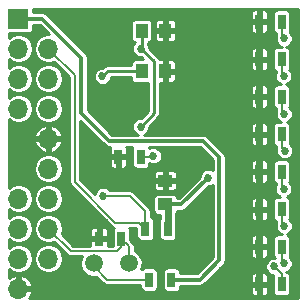
<source format=gbr>
G04 #@! TF.FileFunction,Copper,L2,Bot,Signal*
%FSLAX46Y46*%
G04 Gerber Fmt 4.6, Leading zero omitted, Abs format (unit mm)*
G04 Created by KiCad (PCBNEW 4.0.0-rc1-stable) date 23/04/2017 15:22:08*
%MOMM*%
G01*
G04 APERTURE LIST*
%ADD10C,0.076200*%
%ADD11R,1.250000X1.000000*%
%ADD12R,1.000000X1.250000*%
%ADD13R,1.700000X1.700000*%
%ADD14O,1.700000X1.700000*%
%ADD15R,0.700000X1.300000*%
%ADD16C,1.500000*%
%ADD17C,0.685800*%
%ADD18C,0.609600*%
%ADD19C,0.304800*%
%ADD20C,0.254000*%
%ADD21C,0.152400*%
G04 APERTURE END LIST*
D10*
D11*
X168148000Y-123460000D03*
X168148000Y-125460000D03*
D12*
X166132000Y-114173000D03*
X168132000Y-114173000D03*
X168132000Y-110744000D03*
X166132000Y-110744000D03*
D13*
X155702000Y-109728000D03*
D14*
X155702000Y-112268000D03*
X158242000Y-112268000D03*
X155702000Y-114808000D03*
X158242000Y-114808000D03*
X155702000Y-117348000D03*
X158242000Y-117348000D03*
X158242000Y-119888000D03*
X158242000Y-122428000D03*
X155702000Y-124968000D03*
X158242000Y-124968000D03*
X155702000Y-127508000D03*
X158242000Y-127508000D03*
X155702000Y-130048000D03*
X158242000Y-130048000D03*
X155702000Y-132588000D03*
D15*
X168336000Y-127508000D03*
X166436000Y-127508000D03*
X166050000Y-121412000D03*
X164150000Y-121412000D03*
X168653500Y-131826000D03*
X166753500Y-131826000D03*
X164424400Y-128371600D03*
X162524400Y-128371600D03*
X176088000Y-109982000D03*
X177988000Y-109982000D03*
X176088000Y-113157000D03*
X177988000Y-113157000D03*
X176088000Y-116332000D03*
X177988000Y-116332000D03*
X176088000Y-119507000D03*
X177988000Y-119507000D03*
X176088000Y-122682000D03*
X177988000Y-122682000D03*
X176088000Y-125857000D03*
X177988000Y-125857000D03*
X176088000Y-129032000D03*
X177988000Y-129032000D03*
X176088000Y-132207000D03*
X177988000Y-132207000D03*
D16*
X162076000Y-130454400D03*
X165076000Y-130454400D03*
D17*
X171894500Y-128968500D03*
X166243000Y-115633500D03*
X163017200Y-126949200D03*
X171297600Y-109677200D03*
X171767500Y-123190000D03*
X166052500Y-118872000D03*
X166052500Y-112268000D03*
X162814000Y-114617500D03*
X178206400Y-111404400D03*
X178155600Y-114604800D03*
X178206400Y-117805200D03*
X178244500Y-120904000D03*
X178155600Y-124155200D03*
X178206400Y-127304800D03*
X178206400Y-130454400D03*
X177342800Y-130708400D03*
X162877500Y-124714000D03*
X167132000Y-121348500D03*
D18*
X176088000Y-132207000D02*
X176088000Y-129032000D01*
X176088000Y-129032000D02*
X176088000Y-125857000D01*
X176088000Y-125857000D02*
X176088000Y-122682000D01*
X176088000Y-122682000D02*
X176088000Y-119507000D01*
X176088000Y-119507000D02*
X176088000Y-116332000D01*
X176088000Y-116332000D02*
X176088000Y-113157000D01*
X176088000Y-113157000D02*
X176088000Y-109982000D01*
X168148000Y-125460000D02*
X168336000Y-125648000D01*
X168336000Y-125648000D02*
X168336000Y-127508000D01*
D19*
X168148000Y-125460000D02*
X169497500Y-125460000D01*
X169497500Y-125460000D02*
X171767500Y-123190000D01*
D20*
X166052500Y-112268000D02*
X166116000Y-112268000D01*
X167195500Y-117729000D02*
X166052500Y-118872000D01*
X167195500Y-113347500D02*
X167195500Y-117729000D01*
X166116000Y-112268000D02*
X167195500Y-113347500D01*
X166052500Y-112268000D02*
X166132000Y-112188500D01*
X166132000Y-112188500D02*
X166132000Y-110744000D01*
X163258500Y-114173000D02*
X166132000Y-114173000D01*
X162814000Y-114617500D02*
X163258500Y-114173000D01*
D21*
X177988000Y-111186000D02*
X177988000Y-109982000D01*
X178206400Y-111404400D02*
X177988000Y-111186000D01*
X177988000Y-114437200D02*
X177988000Y-113157000D01*
X178155600Y-114604800D02*
X177988000Y-114437200D01*
X177988000Y-117586800D02*
X177988000Y-116332000D01*
X178206400Y-117805200D02*
X177988000Y-117586800D01*
X177988000Y-120647500D02*
X177988000Y-119507000D01*
X178244500Y-120904000D02*
X177988000Y-120647500D01*
X177988000Y-123987600D02*
X177988000Y-122682000D01*
X178155600Y-124155200D02*
X177988000Y-123987600D01*
X177988000Y-127086400D02*
X177988000Y-125857000D01*
X178206400Y-127304800D02*
X177988000Y-127086400D01*
X177988000Y-130236000D02*
X177988000Y-129032000D01*
X178206400Y-130454400D02*
X177988000Y-130236000D01*
X177988000Y-131353600D02*
X177988000Y-132207000D01*
X177342800Y-130708400D02*
X177988000Y-131353600D01*
X166436000Y-127508000D02*
X166436000Y-125986500D01*
X165163500Y-124714000D02*
X162877500Y-124714000D01*
X166436000Y-125986500D02*
X165163500Y-124714000D01*
X166436000Y-127508000D02*
X165928000Y-127000000D01*
X160464500Y-114490500D02*
X158242000Y-112268000D01*
X160464500Y-123571000D02*
X160464500Y-114490500D01*
X163893500Y-127000000D02*
X160464500Y-123571000D01*
X165928000Y-127000000D02*
X163893500Y-127000000D01*
X162076000Y-130454400D02*
X162076000Y-130707000D01*
X162076000Y-130707000D02*
X163195000Y-131826000D01*
X163195000Y-131826000D02*
X166753500Y-131826000D01*
X164424400Y-128371600D02*
X164424400Y-129072600D01*
X160147000Y-129413000D02*
X158242000Y-127508000D01*
X164084000Y-129413000D02*
X160147000Y-129413000D01*
X164424400Y-129072600D02*
X164084000Y-129413000D01*
X165076000Y-130454400D02*
X165076000Y-129023200D01*
X165076000Y-129023200D02*
X164424400Y-128371600D01*
X167132000Y-121348500D02*
X167068500Y-121412000D01*
X167068500Y-121412000D02*
X166050000Y-121412000D01*
D19*
X168653500Y-131826000D02*
X171069000Y-131826000D01*
X157734000Y-109728000D02*
X155702000Y-109728000D01*
X161036000Y-113030000D02*
X157734000Y-109728000D01*
X161036000Y-117729000D02*
X161036000Y-113030000D01*
X163385500Y-120078500D02*
X161036000Y-117729000D01*
X171323000Y-120078500D02*
X163385500Y-120078500D01*
X172720000Y-121475500D02*
X171323000Y-120078500D01*
X172720000Y-130175000D02*
X172720000Y-121475500D01*
X171069000Y-131826000D02*
X172720000Y-130175000D01*
D20*
G36*
X179376000Y-133402000D02*
X156593972Y-133402000D01*
X156767245Y-133204964D01*
X156891489Y-132904980D01*
X156830627Y-132715000D01*
X155829000Y-132715000D01*
X155829000Y-132735000D01*
X155575000Y-132735000D01*
X155575000Y-132715000D01*
X155555000Y-132715000D01*
X155555000Y-132461000D01*
X155575000Y-132461000D01*
X155575000Y-131458807D01*
X155829000Y-131458807D01*
X155829000Y-132461000D01*
X156830627Y-132461000D01*
X156891489Y-132271020D01*
X156767245Y-131971036D01*
X156450056Y-131610348D01*
X156018982Y-131398499D01*
X155829000Y-131458807D01*
X155575000Y-131458807D01*
X155385018Y-131398499D01*
X154953944Y-131610348D01*
X154888000Y-131685335D01*
X154888000Y-130972280D01*
X155206800Y-131185296D01*
X155677883Y-131279000D01*
X155726117Y-131279000D01*
X156197200Y-131185296D01*
X156596565Y-130918448D01*
X156863413Y-130519083D01*
X156957117Y-130048000D01*
X156986883Y-130048000D01*
X157080587Y-130519083D01*
X157347435Y-130918448D01*
X157746800Y-131185296D01*
X158217883Y-131279000D01*
X158266117Y-131279000D01*
X158737200Y-131185296D01*
X159136565Y-130918448D01*
X159403413Y-130519083D01*
X159497117Y-130048000D01*
X159403413Y-129576917D01*
X159136565Y-129177552D01*
X158737200Y-128910704D01*
X158266117Y-128817000D01*
X158217883Y-128817000D01*
X157746800Y-128910704D01*
X157347435Y-129177552D01*
X157080587Y-129576917D01*
X156986883Y-130048000D01*
X156957117Y-130048000D01*
X156863413Y-129576917D01*
X156596565Y-129177552D01*
X156197200Y-128910704D01*
X155726117Y-128817000D01*
X155677883Y-128817000D01*
X155206800Y-128910704D01*
X154888000Y-129123720D01*
X154888000Y-128432280D01*
X155206800Y-128645296D01*
X155677883Y-128739000D01*
X155726117Y-128739000D01*
X156197200Y-128645296D01*
X156596565Y-128378448D01*
X156863413Y-127979083D01*
X156957117Y-127508000D01*
X156863413Y-127036917D01*
X156596565Y-126637552D01*
X156197200Y-126370704D01*
X155726117Y-126277000D01*
X155677883Y-126277000D01*
X155206800Y-126370704D01*
X154888000Y-126583720D01*
X154888000Y-125892280D01*
X155206800Y-126105296D01*
X155677883Y-126199000D01*
X155726117Y-126199000D01*
X156197200Y-126105296D01*
X156596565Y-125838448D01*
X156863413Y-125439083D01*
X156957117Y-124968000D01*
X156986883Y-124968000D01*
X157080587Y-125439083D01*
X157347435Y-125838448D01*
X157746800Y-126105296D01*
X158217883Y-126199000D01*
X158266117Y-126199000D01*
X158737200Y-126105296D01*
X159136565Y-125838448D01*
X159403413Y-125439083D01*
X159497117Y-124968000D01*
X159403413Y-124496917D01*
X159136565Y-124097552D01*
X158737200Y-123830704D01*
X158266117Y-123737000D01*
X158217883Y-123737000D01*
X157746800Y-123830704D01*
X157347435Y-124097552D01*
X157080587Y-124496917D01*
X156986883Y-124968000D01*
X156957117Y-124968000D01*
X156863413Y-124496917D01*
X156596565Y-124097552D01*
X156197200Y-123830704D01*
X155726117Y-123737000D01*
X155677883Y-123737000D01*
X155206800Y-123830704D01*
X154888000Y-124043720D01*
X154888000Y-122428000D01*
X156986883Y-122428000D01*
X157080587Y-122899083D01*
X157347435Y-123298448D01*
X157746800Y-123565296D01*
X158217883Y-123659000D01*
X158266117Y-123659000D01*
X158737200Y-123565296D01*
X159136565Y-123298448D01*
X159403413Y-122899083D01*
X159497117Y-122428000D01*
X159403413Y-121956917D01*
X159136565Y-121557552D01*
X158737200Y-121290704D01*
X158266117Y-121197000D01*
X158217883Y-121197000D01*
X157746800Y-121290704D01*
X157347435Y-121557552D01*
X157080587Y-121956917D01*
X156986883Y-122428000D01*
X154888000Y-122428000D01*
X154888000Y-120204980D01*
X157052511Y-120204980D01*
X157176755Y-120504964D01*
X157493944Y-120865652D01*
X157925018Y-121077501D01*
X158115000Y-121017193D01*
X158115000Y-120015000D01*
X158369000Y-120015000D01*
X158369000Y-121017193D01*
X158558982Y-121077501D01*
X158990056Y-120865652D01*
X159307245Y-120504964D01*
X159431489Y-120204980D01*
X159370627Y-120015000D01*
X158369000Y-120015000D01*
X158115000Y-120015000D01*
X157113373Y-120015000D01*
X157052511Y-120204980D01*
X154888000Y-120204980D01*
X154888000Y-119571020D01*
X157052511Y-119571020D01*
X157113373Y-119761000D01*
X158115000Y-119761000D01*
X158115000Y-118758807D01*
X158369000Y-118758807D01*
X158369000Y-119761000D01*
X159370627Y-119761000D01*
X159431489Y-119571020D01*
X159307245Y-119271036D01*
X158990056Y-118910348D01*
X158558982Y-118698499D01*
X158369000Y-118758807D01*
X158115000Y-118758807D01*
X157925018Y-118698499D01*
X157493944Y-118910348D01*
X157176755Y-119271036D01*
X157052511Y-119571020D01*
X154888000Y-119571020D01*
X154888000Y-118272280D01*
X155206800Y-118485296D01*
X155677883Y-118579000D01*
X155726117Y-118579000D01*
X156197200Y-118485296D01*
X156596565Y-118218448D01*
X156863413Y-117819083D01*
X156957117Y-117348000D01*
X156986883Y-117348000D01*
X157080587Y-117819083D01*
X157347435Y-118218448D01*
X157746800Y-118485296D01*
X158217883Y-118579000D01*
X158266117Y-118579000D01*
X158737200Y-118485296D01*
X159136565Y-118218448D01*
X159403413Y-117819083D01*
X159497117Y-117348000D01*
X159403413Y-116876917D01*
X159136565Y-116477552D01*
X158737200Y-116210704D01*
X158266117Y-116117000D01*
X158217883Y-116117000D01*
X157746800Y-116210704D01*
X157347435Y-116477552D01*
X157080587Y-116876917D01*
X156986883Y-117348000D01*
X156957117Y-117348000D01*
X156863413Y-116876917D01*
X156596565Y-116477552D01*
X156197200Y-116210704D01*
X155726117Y-116117000D01*
X155677883Y-116117000D01*
X155206800Y-116210704D01*
X154888000Y-116423720D01*
X154888000Y-115732280D01*
X155206800Y-115945296D01*
X155677883Y-116039000D01*
X155726117Y-116039000D01*
X156197200Y-115945296D01*
X156596565Y-115678448D01*
X156863413Y-115279083D01*
X156957117Y-114808000D01*
X156986883Y-114808000D01*
X157080587Y-115279083D01*
X157347435Y-115678448D01*
X157746800Y-115945296D01*
X158217883Y-116039000D01*
X158266117Y-116039000D01*
X158737200Y-115945296D01*
X159136565Y-115678448D01*
X159403413Y-115279083D01*
X159497117Y-114808000D01*
X159403413Y-114336917D01*
X159136565Y-113937552D01*
X158737200Y-113670704D01*
X158266117Y-113577000D01*
X158217883Y-113577000D01*
X157746800Y-113670704D01*
X157347435Y-113937552D01*
X157080587Y-114336917D01*
X156986883Y-114808000D01*
X156957117Y-114808000D01*
X156863413Y-114336917D01*
X156596565Y-113937552D01*
X156197200Y-113670704D01*
X155726117Y-113577000D01*
X155677883Y-113577000D01*
X155206800Y-113670704D01*
X154888000Y-113883720D01*
X154888000Y-113192280D01*
X155206800Y-113405296D01*
X155677883Y-113499000D01*
X155726117Y-113499000D01*
X156197200Y-113405296D01*
X156596565Y-113138448D01*
X156863413Y-112739083D01*
X156957117Y-112268000D01*
X156863413Y-111796917D01*
X156596565Y-111397552D01*
X156197200Y-111130704D01*
X155726117Y-111037000D01*
X155677883Y-111037000D01*
X155206800Y-111130704D01*
X154888000Y-111343720D01*
X154888000Y-110966464D01*
X156552000Y-110966464D01*
X156693190Y-110939897D01*
X156822865Y-110856454D01*
X156909859Y-110729134D01*
X156940464Y-110578000D01*
X156940464Y-110261400D01*
X157513058Y-110261400D01*
X158294255Y-111042597D01*
X158266117Y-111037000D01*
X158217883Y-111037000D01*
X157746800Y-111130704D01*
X157347435Y-111397552D01*
X157080587Y-111796917D01*
X156986883Y-112268000D01*
X157080587Y-112739083D01*
X157347435Y-113138448D01*
X157746800Y-113405296D01*
X158217883Y-113499000D01*
X158266117Y-113499000D01*
X158733462Y-113406040D01*
X160007300Y-114679878D01*
X160007300Y-123571000D01*
X160042102Y-123745963D01*
X160141211Y-123894289D01*
X163570211Y-127323289D01*
X163718537Y-127422398D01*
X163808095Y-127440212D01*
X163803535Y-127443146D01*
X163716541Y-127570466D01*
X163685936Y-127721600D01*
X163685936Y-128955800D01*
X163255400Y-128955800D01*
X163255400Y-128593850D01*
X163160150Y-128498600D01*
X162651400Y-128498600D01*
X162651400Y-128518600D01*
X162397400Y-128518600D01*
X162397400Y-128498600D01*
X161888650Y-128498600D01*
X161793400Y-128593850D01*
X161793400Y-128955800D01*
X160336378Y-128955800D01*
X159385888Y-128005310D01*
X159403413Y-127979083D01*
X159469703Y-127645815D01*
X161793400Y-127645815D01*
X161793400Y-128149350D01*
X161888650Y-128244600D01*
X162397400Y-128244600D01*
X162397400Y-127435850D01*
X162651400Y-127435850D01*
X162651400Y-128244600D01*
X163160150Y-128244600D01*
X163255400Y-128149350D01*
X163255400Y-127645815D01*
X163197396Y-127505781D01*
X163090220Y-127398604D01*
X162950186Y-127340600D01*
X162746650Y-127340600D01*
X162651400Y-127435850D01*
X162397400Y-127435850D01*
X162302150Y-127340600D01*
X162098614Y-127340600D01*
X161958580Y-127398604D01*
X161851404Y-127505781D01*
X161793400Y-127645815D01*
X159469703Y-127645815D01*
X159497117Y-127508000D01*
X159403413Y-127036917D01*
X159136565Y-126637552D01*
X158737200Y-126370704D01*
X158266117Y-126277000D01*
X158217883Y-126277000D01*
X157746800Y-126370704D01*
X157347435Y-126637552D01*
X157080587Y-127036917D01*
X156986883Y-127508000D01*
X157080587Y-127979083D01*
X157347435Y-128378448D01*
X157746800Y-128645296D01*
X158217883Y-128739000D01*
X158266117Y-128739000D01*
X158733462Y-128646040D01*
X159823711Y-129736289D01*
X159972037Y-129835398D01*
X160147000Y-129870200D01*
X161093952Y-129870200D01*
X160945196Y-130228443D01*
X160944804Y-130678383D01*
X161116625Y-131094223D01*
X161434503Y-131412656D01*
X161850043Y-131585204D01*
X162299983Y-131585596D01*
X162305669Y-131583247D01*
X162871711Y-132149289D01*
X163020037Y-132248398D01*
X163195000Y-132283200D01*
X166015036Y-132283200D01*
X166015036Y-132476000D01*
X166041603Y-132617190D01*
X166125046Y-132746865D01*
X166252366Y-132833859D01*
X166403500Y-132864464D01*
X167103500Y-132864464D01*
X167244690Y-132837897D01*
X167374365Y-132754454D01*
X167461359Y-132627134D01*
X167491964Y-132476000D01*
X167491964Y-131176000D01*
X167465397Y-131034810D01*
X167381954Y-130905135D01*
X167254634Y-130818141D01*
X167103500Y-130787536D01*
X166403500Y-130787536D01*
X166262310Y-130814103D01*
X166132635Y-130897546D01*
X166091807Y-130957300D01*
X166206804Y-130680357D01*
X166207196Y-130230417D01*
X166035375Y-129814577D01*
X165717497Y-129496144D01*
X165533200Y-129419617D01*
X165533200Y-129023200D01*
X165498398Y-128848237D01*
X165472682Y-128809750D01*
X165399290Y-128699911D01*
X165162864Y-128463485D01*
X165162864Y-127721600D01*
X165136297Y-127580410D01*
X165057014Y-127457200D01*
X165697536Y-127457200D01*
X165697536Y-128158000D01*
X165724103Y-128299190D01*
X165807546Y-128428865D01*
X165934866Y-128515859D01*
X166086000Y-128546464D01*
X166786000Y-128546464D01*
X166927190Y-128519897D01*
X167056865Y-128436454D01*
X167143859Y-128309134D01*
X167174464Y-128158000D01*
X167174464Y-126858000D01*
X167147897Y-126716810D01*
X167064454Y-126587135D01*
X166937134Y-126500141D01*
X166893200Y-126491244D01*
X166893200Y-125986500D01*
X166858398Y-125811537D01*
X166759289Y-125663211D01*
X165486789Y-124390711D01*
X165338463Y-124291602D01*
X165163500Y-124256800D01*
X163443954Y-124256800D01*
X163288092Y-124100665D01*
X163022124Y-123990226D01*
X162734139Y-123989975D01*
X162467979Y-124099950D01*
X162264165Y-124303408D01*
X162153726Y-124569376D01*
X162153687Y-124613609D01*
X161222328Y-123682250D01*
X167142000Y-123682250D01*
X167142000Y-124035786D01*
X167200004Y-124175820D01*
X167307181Y-124282996D01*
X167447215Y-124341000D01*
X167925750Y-124341000D01*
X168021000Y-124245750D01*
X168021000Y-123587000D01*
X168275000Y-123587000D01*
X168275000Y-124245750D01*
X168370250Y-124341000D01*
X168848785Y-124341000D01*
X168988819Y-124282996D01*
X169095996Y-124175820D01*
X169154000Y-124035786D01*
X169154000Y-123682250D01*
X169058750Y-123587000D01*
X168275000Y-123587000D01*
X168021000Y-123587000D01*
X167237250Y-123587000D01*
X167142000Y-123682250D01*
X161222328Y-123682250D01*
X160921700Y-123381622D01*
X160921700Y-122884214D01*
X167142000Y-122884214D01*
X167142000Y-123237750D01*
X167237250Y-123333000D01*
X168021000Y-123333000D01*
X168021000Y-122674250D01*
X168275000Y-122674250D01*
X168275000Y-123333000D01*
X169058750Y-123333000D01*
X169154000Y-123237750D01*
X169154000Y-122884214D01*
X169095996Y-122744180D01*
X168988819Y-122637004D01*
X168848785Y-122579000D01*
X168370250Y-122579000D01*
X168275000Y-122674250D01*
X168021000Y-122674250D01*
X167925750Y-122579000D01*
X167447215Y-122579000D01*
X167307181Y-122637004D01*
X167200004Y-122744180D01*
X167142000Y-122884214D01*
X160921700Y-122884214D01*
X160921700Y-121634250D01*
X163419000Y-121634250D01*
X163419000Y-122137785D01*
X163477004Y-122277819D01*
X163584180Y-122384996D01*
X163724214Y-122443000D01*
X163927750Y-122443000D01*
X164023000Y-122347750D01*
X164023000Y-121539000D01*
X164277000Y-121539000D01*
X164277000Y-122347750D01*
X164372250Y-122443000D01*
X164575786Y-122443000D01*
X164715820Y-122384996D01*
X164822996Y-122277819D01*
X164881000Y-122137785D01*
X164881000Y-121634250D01*
X164785750Y-121539000D01*
X164277000Y-121539000D01*
X164023000Y-121539000D01*
X163514250Y-121539000D01*
X163419000Y-121634250D01*
X160921700Y-121634250D01*
X160921700Y-118369042D01*
X163008329Y-120455671D01*
X163181377Y-120571297D01*
X163385500Y-120611901D01*
X163385505Y-120611900D01*
X163449782Y-120611900D01*
X163419000Y-120686215D01*
X163419000Y-121189750D01*
X163514250Y-121285000D01*
X164023000Y-121285000D01*
X164023000Y-121265000D01*
X164277000Y-121265000D01*
X164277000Y-121285000D01*
X164785750Y-121285000D01*
X164881000Y-121189750D01*
X164881000Y-120686215D01*
X164850218Y-120611900D01*
X165341932Y-120611900D01*
X165311536Y-120762000D01*
X165311536Y-122062000D01*
X165338103Y-122203190D01*
X165421546Y-122332865D01*
X165548866Y-122419859D01*
X165700000Y-122450464D01*
X166400000Y-122450464D01*
X166541190Y-122423897D01*
X166670865Y-122340454D01*
X166757859Y-122213134D01*
X166788464Y-122062000D01*
X166788464Y-121989679D01*
X166987376Y-122072274D01*
X167275361Y-122072525D01*
X167541521Y-121962550D01*
X167745335Y-121759092D01*
X167855774Y-121493124D01*
X167856025Y-121205139D01*
X167746050Y-120938979D01*
X167542592Y-120735165D01*
X167276624Y-120624726D01*
X166988639Y-120624475D01*
X166778894Y-120711140D01*
X166761897Y-120620810D01*
X166756164Y-120611900D01*
X171102058Y-120611900D01*
X172186600Y-121696442D01*
X172186600Y-122585188D01*
X172178092Y-122576665D01*
X171912124Y-122466226D01*
X171624139Y-122465975D01*
X171357979Y-122575950D01*
X171154165Y-122779408D01*
X171043726Y-123045376D01*
X171043627Y-123159531D01*
X169276558Y-124926600D01*
X169155179Y-124926600D01*
X169134897Y-124818810D01*
X169051454Y-124689135D01*
X168924134Y-124602141D01*
X168773000Y-124571536D01*
X167523000Y-124571536D01*
X167381810Y-124598103D01*
X167252135Y-124681546D01*
X167165141Y-124808866D01*
X167134536Y-124960000D01*
X167134536Y-125960000D01*
X167161103Y-126101190D01*
X167244546Y-126230865D01*
X167371866Y-126317859D01*
X167523000Y-126348464D01*
X167650200Y-126348464D01*
X167650200Y-126674582D01*
X167628141Y-126706866D01*
X167597536Y-126858000D01*
X167597536Y-128158000D01*
X167624103Y-128299190D01*
X167707546Y-128428865D01*
X167834866Y-128515859D01*
X167986000Y-128546464D01*
X168686000Y-128546464D01*
X168827190Y-128519897D01*
X168956865Y-128436454D01*
X169043859Y-128309134D01*
X169074464Y-128158000D01*
X169074464Y-126858000D01*
X169047897Y-126716810D01*
X169021800Y-126676254D01*
X169021800Y-126252652D01*
X169043865Y-126238454D01*
X169130859Y-126111134D01*
X169154700Y-125993400D01*
X169497500Y-125993400D01*
X169701623Y-125952797D01*
X169874671Y-125837171D01*
X171797915Y-123913927D01*
X171910861Y-123914025D01*
X172177021Y-123804050D01*
X172186600Y-123794488D01*
X172186600Y-129954059D01*
X170848058Y-131292600D01*
X169391964Y-131292600D01*
X169391964Y-131176000D01*
X169365397Y-131034810D01*
X169281954Y-130905135D01*
X169154634Y-130818141D01*
X169003500Y-130787536D01*
X168303500Y-130787536D01*
X168162310Y-130814103D01*
X168032635Y-130897546D01*
X167945641Y-131024866D01*
X167915036Y-131176000D01*
X167915036Y-132476000D01*
X167941603Y-132617190D01*
X168025046Y-132746865D01*
X168152366Y-132833859D01*
X168303500Y-132864464D01*
X169003500Y-132864464D01*
X169144690Y-132837897D01*
X169274365Y-132754454D01*
X169361359Y-132627134D01*
X169391964Y-132476000D01*
X169391964Y-132429250D01*
X175357000Y-132429250D01*
X175357000Y-132932785D01*
X175415004Y-133072819D01*
X175522180Y-133179996D01*
X175662214Y-133238000D01*
X175865750Y-133238000D01*
X175961000Y-133142750D01*
X175961000Y-132334000D01*
X176215000Y-132334000D01*
X176215000Y-133142750D01*
X176310250Y-133238000D01*
X176513786Y-133238000D01*
X176653820Y-133179996D01*
X176760996Y-133072819D01*
X176819000Y-132932785D01*
X176819000Y-132429250D01*
X176723750Y-132334000D01*
X176215000Y-132334000D01*
X175961000Y-132334000D01*
X175452250Y-132334000D01*
X175357000Y-132429250D01*
X169391964Y-132429250D01*
X169391964Y-132359400D01*
X171069000Y-132359400D01*
X171273123Y-132318797D01*
X171446171Y-132203171D01*
X172168126Y-131481215D01*
X175357000Y-131481215D01*
X175357000Y-131984750D01*
X175452250Y-132080000D01*
X175961000Y-132080000D01*
X175961000Y-131271250D01*
X176215000Y-131271250D01*
X176215000Y-132080000D01*
X176723750Y-132080000D01*
X176819000Y-131984750D01*
X176819000Y-131481215D01*
X176760996Y-131341181D01*
X176653820Y-131234004D01*
X176513786Y-131176000D01*
X176310250Y-131176000D01*
X176215000Y-131271250D01*
X175961000Y-131271250D01*
X175865750Y-131176000D01*
X175662214Y-131176000D01*
X175522180Y-131234004D01*
X175415004Y-131341181D01*
X175357000Y-131481215D01*
X172168126Y-131481215D01*
X172797580Y-130851761D01*
X176618775Y-130851761D01*
X176728750Y-131117921D01*
X176932208Y-131321735D01*
X177198176Y-131432174D01*
X177274800Y-131432241D01*
X177249536Y-131557000D01*
X177249536Y-132857000D01*
X177276103Y-132998190D01*
X177359546Y-133127865D01*
X177486866Y-133214859D01*
X177638000Y-133245464D01*
X178338000Y-133245464D01*
X178479190Y-133218897D01*
X178608865Y-133135454D01*
X178695859Y-133008134D01*
X178726464Y-132857000D01*
X178726464Y-131557000D01*
X178699897Y-131415810D01*
X178616454Y-131286135D01*
X178489134Y-131199141D01*
X178411343Y-131183388D01*
X178410398Y-131178637D01*
X178403649Y-131168536D01*
X178397168Y-131158837D01*
X178615921Y-131068450D01*
X178819735Y-130864992D01*
X178930174Y-130599024D01*
X178930425Y-130311039D01*
X178820450Y-130044879D01*
X178660595Y-129884744D01*
X178695859Y-129833134D01*
X178726464Y-129682000D01*
X178726464Y-128382000D01*
X178699897Y-128240810D01*
X178616454Y-128111135D01*
X178489134Y-128024141D01*
X178403209Y-128006741D01*
X178615921Y-127918850D01*
X178819735Y-127715392D01*
X178930174Y-127449424D01*
X178930425Y-127161439D01*
X178820450Y-126895279D01*
X178650292Y-126724823D01*
X178695859Y-126658134D01*
X178726464Y-126507000D01*
X178726464Y-125207000D01*
X178699897Y-125065810D01*
X178616454Y-124936135D01*
X178489134Y-124849141D01*
X178410371Y-124833191D01*
X178565121Y-124769250D01*
X178768935Y-124565792D01*
X178879374Y-124299824D01*
X178879625Y-124011839D01*
X178769650Y-123745679D01*
X178619347Y-123595113D01*
X178695859Y-123483134D01*
X178726464Y-123332000D01*
X178726464Y-122032000D01*
X178699897Y-121890810D01*
X178616454Y-121761135D01*
X178489134Y-121674141D01*
X178338000Y-121643536D01*
X177638000Y-121643536D01*
X177496810Y-121670103D01*
X177367135Y-121753546D01*
X177280141Y-121880866D01*
X177249536Y-122032000D01*
X177249536Y-123332000D01*
X177276103Y-123473190D01*
X177359546Y-123602865D01*
X177486866Y-123689859D01*
X177530800Y-123698756D01*
X177530800Y-123772219D01*
X177431826Y-124010576D01*
X177431575Y-124298561D01*
X177541550Y-124564721D01*
X177745008Y-124768535D01*
X177865424Y-124818536D01*
X177638000Y-124818536D01*
X177496810Y-124845103D01*
X177367135Y-124928546D01*
X177280141Y-125055866D01*
X177249536Y-125207000D01*
X177249536Y-126507000D01*
X177276103Y-126648190D01*
X177359546Y-126777865D01*
X177486866Y-126864859D01*
X177530800Y-126873756D01*
X177530800Y-127044160D01*
X177482626Y-127160176D01*
X177482375Y-127448161D01*
X177592350Y-127714321D01*
X177795808Y-127918135D01*
X177977395Y-127993536D01*
X177638000Y-127993536D01*
X177496810Y-128020103D01*
X177367135Y-128103546D01*
X177280141Y-128230866D01*
X177249536Y-128382000D01*
X177249536Y-129682000D01*
X177276103Y-129823190D01*
X177359546Y-129952865D01*
X177405926Y-129984555D01*
X177199439Y-129984375D01*
X176933279Y-130094350D01*
X176729465Y-130297808D01*
X176619026Y-130563776D01*
X176618775Y-130851761D01*
X172797580Y-130851761D01*
X173097168Y-130552173D01*
X173097171Y-130552171D01*
X173212797Y-130379123D01*
X173228972Y-130297808D01*
X173253401Y-130175000D01*
X173253400Y-130174995D01*
X173253400Y-129254250D01*
X175357000Y-129254250D01*
X175357000Y-129757785D01*
X175415004Y-129897819D01*
X175522180Y-130004996D01*
X175662214Y-130063000D01*
X175865750Y-130063000D01*
X175961000Y-129967750D01*
X175961000Y-129159000D01*
X176215000Y-129159000D01*
X176215000Y-129967750D01*
X176310250Y-130063000D01*
X176513786Y-130063000D01*
X176653820Y-130004996D01*
X176760996Y-129897819D01*
X176819000Y-129757785D01*
X176819000Y-129254250D01*
X176723750Y-129159000D01*
X176215000Y-129159000D01*
X175961000Y-129159000D01*
X175452250Y-129159000D01*
X175357000Y-129254250D01*
X173253400Y-129254250D01*
X173253400Y-128306215D01*
X175357000Y-128306215D01*
X175357000Y-128809750D01*
X175452250Y-128905000D01*
X175961000Y-128905000D01*
X175961000Y-128096250D01*
X176215000Y-128096250D01*
X176215000Y-128905000D01*
X176723750Y-128905000D01*
X176819000Y-128809750D01*
X176819000Y-128306215D01*
X176760996Y-128166181D01*
X176653820Y-128059004D01*
X176513786Y-128001000D01*
X176310250Y-128001000D01*
X176215000Y-128096250D01*
X175961000Y-128096250D01*
X175865750Y-128001000D01*
X175662214Y-128001000D01*
X175522180Y-128059004D01*
X175415004Y-128166181D01*
X175357000Y-128306215D01*
X173253400Y-128306215D01*
X173253400Y-126079250D01*
X175357000Y-126079250D01*
X175357000Y-126582785D01*
X175415004Y-126722819D01*
X175522180Y-126829996D01*
X175662214Y-126888000D01*
X175865750Y-126888000D01*
X175961000Y-126792750D01*
X175961000Y-125984000D01*
X176215000Y-125984000D01*
X176215000Y-126792750D01*
X176310250Y-126888000D01*
X176513786Y-126888000D01*
X176653820Y-126829996D01*
X176760996Y-126722819D01*
X176819000Y-126582785D01*
X176819000Y-126079250D01*
X176723750Y-125984000D01*
X176215000Y-125984000D01*
X175961000Y-125984000D01*
X175452250Y-125984000D01*
X175357000Y-126079250D01*
X173253400Y-126079250D01*
X173253400Y-125131215D01*
X175357000Y-125131215D01*
X175357000Y-125634750D01*
X175452250Y-125730000D01*
X175961000Y-125730000D01*
X175961000Y-124921250D01*
X176215000Y-124921250D01*
X176215000Y-125730000D01*
X176723750Y-125730000D01*
X176819000Y-125634750D01*
X176819000Y-125131215D01*
X176760996Y-124991181D01*
X176653820Y-124884004D01*
X176513786Y-124826000D01*
X176310250Y-124826000D01*
X176215000Y-124921250D01*
X175961000Y-124921250D01*
X175865750Y-124826000D01*
X175662214Y-124826000D01*
X175522180Y-124884004D01*
X175415004Y-124991181D01*
X175357000Y-125131215D01*
X173253400Y-125131215D01*
X173253400Y-122904250D01*
X175357000Y-122904250D01*
X175357000Y-123407785D01*
X175415004Y-123547819D01*
X175522180Y-123654996D01*
X175662214Y-123713000D01*
X175865750Y-123713000D01*
X175961000Y-123617750D01*
X175961000Y-122809000D01*
X176215000Y-122809000D01*
X176215000Y-123617750D01*
X176310250Y-123713000D01*
X176513786Y-123713000D01*
X176653820Y-123654996D01*
X176760996Y-123547819D01*
X176819000Y-123407785D01*
X176819000Y-122904250D01*
X176723750Y-122809000D01*
X176215000Y-122809000D01*
X175961000Y-122809000D01*
X175452250Y-122809000D01*
X175357000Y-122904250D01*
X173253400Y-122904250D01*
X173253400Y-121956215D01*
X175357000Y-121956215D01*
X175357000Y-122459750D01*
X175452250Y-122555000D01*
X175961000Y-122555000D01*
X175961000Y-121746250D01*
X176215000Y-121746250D01*
X176215000Y-122555000D01*
X176723750Y-122555000D01*
X176819000Y-122459750D01*
X176819000Y-121956215D01*
X176760996Y-121816181D01*
X176653820Y-121709004D01*
X176513786Y-121651000D01*
X176310250Y-121651000D01*
X176215000Y-121746250D01*
X175961000Y-121746250D01*
X175865750Y-121651000D01*
X175662214Y-121651000D01*
X175522180Y-121709004D01*
X175415004Y-121816181D01*
X175357000Y-121956215D01*
X173253400Y-121956215D01*
X173253400Y-121475500D01*
X173228138Y-121348500D01*
X173212797Y-121271376D01*
X173097171Y-121098329D01*
X171728092Y-119729250D01*
X175357000Y-119729250D01*
X175357000Y-120232785D01*
X175415004Y-120372819D01*
X175522180Y-120479996D01*
X175662214Y-120538000D01*
X175865750Y-120538000D01*
X175961000Y-120442750D01*
X175961000Y-119634000D01*
X176215000Y-119634000D01*
X176215000Y-120442750D01*
X176310250Y-120538000D01*
X176513786Y-120538000D01*
X176653820Y-120479996D01*
X176760996Y-120372819D01*
X176819000Y-120232785D01*
X176819000Y-119729250D01*
X176723750Y-119634000D01*
X176215000Y-119634000D01*
X175961000Y-119634000D01*
X175452250Y-119634000D01*
X175357000Y-119729250D01*
X171728092Y-119729250D01*
X171700171Y-119701329D01*
X171527123Y-119585703D01*
X171323000Y-119545100D01*
X166319109Y-119545100D01*
X166462021Y-119486050D01*
X166665835Y-119282592D01*
X166776274Y-119016624D01*
X166776405Y-118866515D01*
X166861705Y-118781215D01*
X175357000Y-118781215D01*
X175357000Y-119284750D01*
X175452250Y-119380000D01*
X175961000Y-119380000D01*
X175961000Y-118571250D01*
X176215000Y-118571250D01*
X176215000Y-119380000D01*
X176723750Y-119380000D01*
X176819000Y-119284750D01*
X176819000Y-118781215D01*
X176760996Y-118641181D01*
X176653820Y-118534004D01*
X176513786Y-118476000D01*
X176310250Y-118476000D01*
X176215000Y-118571250D01*
X175961000Y-118571250D01*
X175865750Y-118476000D01*
X175662214Y-118476000D01*
X175522180Y-118534004D01*
X175415004Y-118641181D01*
X175357000Y-118781215D01*
X166861705Y-118781215D01*
X167554710Y-118088210D01*
X167664831Y-117923404D01*
X167703500Y-117729000D01*
X167703500Y-116554250D01*
X175357000Y-116554250D01*
X175357000Y-117057785D01*
X175415004Y-117197819D01*
X175522180Y-117304996D01*
X175662214Y-117363000D01*
X175865750Y-117363000D01*
X175961000Y-117267750D01*
X175961000Y-116459000D01*
X176215000Y-116459000D01*
X176215000Y-117267750D01*
X176310250Y-117363000D01*
X176513786Y-117363000D01*
X176653820Y-117304996D01*
X176760996Y-117197819D01*
X176819000Y-117057785D01*
X176819000Y-116554250D01*
X176723750Y-116459000D01*
X176215000Y-116459000D01*
X175961000Y-116459000D01*
X175452250Y-116459000D01*
X175357000Y-116554250D01*
X167703500Y-116554250D01*
X167703500Y-115606215D01*
X175357000Y-115606215D01*
X175357000Y-116109750D01*
X175452250Y-116205000D01*
X175961000Y-116205000D01*
X175961000Y-115396250D01*
X176215000Y-115396250D01*
X176215000Y-116205000D01*
X176723750Y-116205000D01*
X176819000Y-116109750D01*
X176819000Y-115606215D01*
X176760996Y-115466181D01*
X176653820Y-115359004D01*
X176513786Y-115301000D01*
X176310250Y-115301000D01*
X176215000Y-115396250D01*
X175961000Y-115396250D01*
X175865750Y-115301000D01*
X175662214Y-115301000D01*
X175522180Y-115359004D01*
X175415004Y-115466181D01*
X175357000Y-115606215D01*
X167703500Y-115606215D01*
X167703500Y-115179000D01*
X167909750Y-115179000D01*
X168005000Y-115083750D01*
X168005000Y-114300000D01*
X168259000Y-114300000D01*
X168259000Y-115083750D01*
X168354250Y-115179000D01*
X168707786Y-115179000D01*
X168847820Y-115120996D01*
X168954996Y-115013819D01*
X169013000Y-114873785D01*
X169013000Y-114395250D01*
X168917750Y-114300000D01*
X168259000Y-114300000D01*
X168005000Y-114300000D01*
X167985000Y-114300000D01*
X167985000Y-114046000D01*
X168005000Y-114046000D01*
X168005000Y-113262250D01*
X168259000Y-113262250D01*
X168259000Y-114046000D01*
X168917750Y-114046000D01*
X169013000Y-113950750D01*
X169013000Y-113472215D01*
X168974493Y-113379250D01*
X175357000Y-113379250D01*
X175357000Y-113882785D01*
X175415004Y-114022819D01*
X175522180Y-114129996D01*
X175662214Y-114188000D01*
X175865750Y-114188000D01*
X175961000Y-114092750D01*
X175961000Y-113284000D01*
X176215000Y-113284000D01*
X176215000Y-114092750D01*
X176310250Y-114188000D01*
X176513786Y-114188000D01*
X176653820Y-114129996D01*
X176760996Y-114022819D01*
X176819000Y-113882785D01*
X176819000Y-113379250D01*
X176723750Y-113284000D01*
X176215000Y-113284000D01*
X175961000Y-113284000D01*
X175452250Y-113284000D01*
X175357000Y-113379250D01*
X168974493Y-113379250D01*
X168954996Y-113332181D01*
X168847820Y-113225004D01*
X168707786Y-113167000D01*
X168354250Y-113167000D01*
X168259000Y-113262250D01*
X168005000Y-113262250D01*
X167909750Y-113167000D01*
X167667596Y-113167000D01*
X167664831Y-113153097D01*
X167655043Y-113138448D01*
X167554711Y-112988290D01*
X166997636Y-112431215D01*
X175357000Y-112431215D01*
X175357000Y-112934750D01*
X175452250Y-113030000D01*
X175961000Y-113030000D01*
X175961000Y-112221250D01*
X176215000Y-112221250D01*
X176215000Y-113030000D01*
X176723750Y-113030000D01*
X176819000Y-112934750D01*
X176819000Y-112431215D01*
X176760996Y-112291181D01*
X176653820Y-112184004D01*
X176513786Y-112126000D01*
X176310250Y-112126000D01*
X176215000Y-112221250D01*
X175961000Y-112221250D01*
X175865750Y-112126000D01*
X175662214Y-112126000D01*
X175522180Y-112184004D01*
X175415004Y-112291181D01*
X175357000Y-112431215D01*
X166997636Y-112431215D01*
X166776451Y-112210030D01*
X166776525Y-112124639D01*
X166666550Y-111858479D01*
X166640000Y-111831883D01*
X166640000Y-111755959D01*
X166773190Y-111730897D01*
X166902865Y-111647454D01*
X166989859Y-111520134D01*
X167020464Y-111369000D01*
X167020464Y-110966250D01*
X167251000Y-110966250D01*
X167251000Y-111444785D01*
X167309004Y-111584819D01*
X167416180Y-111691996D01*
X167556214Y-111750000D01*
X167909750Y-111750000D01*
X168005000Y-111654750D01*
X168005000Y-110871000D01*
X168259000Y-110871000D01*
X168259000Y-111654750D01*
X168354250Y-111750000D01*
X168707786Y-111750000D01*
X168847820Y-111691996D01*
X168954996Y-111584819D01*
X169013000Y-111444785D01*
X169013000Y-110966250D01*
X168917750Y-110871000D01*
X168259000Y-110871000D01*
X168005000Y-110871000D01*
X167346250Y-110871000D01*
X167251000Y-110966250D01*
X167020464Y-110966250D01*
X167020464Y-110119000D01*
X167006204Y-110043215D01*
X167251000Y-110043215D01*
X167251000Y-110521750D01*
X167346250Y-110617000D01*
X168005000Y-110617000D01*
X168005000Y-109833250D01*
X168259000Y-109833250D01*
X168259000Y-110617000D01*
X168917750Y-110617000D01*
X169013000Y-110521750D01*
X169013000Y-110204250D01*
X175357000Y-110204250D01*
X175357000Y-110707785D01*
X175415004Y-110847819D01*
X175522180Y-110954996D01*
X175662214Y-111013000D01*
X175865750Y-111013000D01*
X175961000Y-110917750D01*
X175961000Y-110109000D01*
X176215000Y-110109000D01*
X176215000Y-110917750D01*
X176310250Y-111013000D01*
X176513786Y-111013000D01*
X176653820Y-110954996D01*
X176760996Y-110847819D01*
X176819000Y-110707785D01*
X176819000Y-110204250D01*
X176723750Y-110109000D01*
X176215000Y-110109000D01*
X175961000Y-110109000D01*
X175452250Y-110109000D01*
X175357000Y-110204250D01*
X169013000Y-110204250D01*
X169013000Y-110043215D01*
X168954996Y-109903181D01*
X168847820Y-109796004D01*
X168707786Y-109738000D01*
X168354250Y-109738000D01*
X168259000Y-109833250D01*
X168005000Y-109833250D01*
X167909750Y-109738000D01*
X167556214Y-109738000D01*
X167416180Y-109796004D01*
X167309004Y-109903181D01*
X167251000Y-110043215D01*
X167006204Y-110043215D01*
X166993897Y-109977810D01*
X166910454Y-109848135D01*
X166783134Y-109761141D01*
X166632000Y-109730536D01*
X165632000Y-109730536D01*
X165490810Y-109757103D01*
X165361135Y-109840546D01*
X165274141Y-109967866D01*
X165243536Y-110119000D01*
X165243536Y-111369000D01*
X165270103Y-111510190D01*
X165353546Y-111639865D01*
X165480866Y-111726859D01*
X165554920Y-111741855D01*
X165439165Y-111857408D01*
X165328726Y-112123376D01*
X165328475Y-112411361D01*
X165438450Y-112677521D01*
X165641908Y-112881335D01*
X165907876Y-112991774D01*
X166121540Y-112991960D01*
X166289116Y-113159536D01*
X165632000Y-113159536D01*
X165490810Y-113186103D01*
X165361135Y-113269546D01*
X165274141Y-113396866D01*
X165243536Y-113548000D01*
X165243536Y-113665000D01*
X163258500Y-113665000D01*
X163064097Y-113703669D01*
X162899290Y-113813790D01*
X162819475Y-113893605D01*
X162670639Y-113893475D01*
X162404479Y-114003450D01*
X162200665Y-114206908D01*
X162090226Y-114472876D01*
X162089975Y-114760861D01*
X162199950Y-115027021D01*
X162403408Y-115230835D01*
X162669376Y-115341274D01*
X162957361Y-115341525D01*
X163223521Y-115231550D01*
X163427335Y-115028092D01*
X163537774Y-114762124D01*
X163537845Y-114681000D01*
X165243536Y-114681000D01*
X165243536Y-114798000D01*
X165270103Y-114939190D01*
X165353546Y-115068865D01*
X165480866Y-115155859D01*
X165632000Y-115186464D01*
X166632000Y-115186464D01*
X166687500Y-115176021D01*
X166687500Y-117518580D01*
X166057975Y-118148105D01*
X165909139Y-118147975D01*
X165642979Y-118257950D01*
X165439165Y-118461408D01*
X165328726Y-118727376D01*
X165328475Y-119015361D01*
X165438450Y-119281521D01*
X165641908Y-119485335D01*
X165785839Y-119545100D01*
X163606442Y-119545100D01*
X161569400Y-117508058D01*
X161569400Y-113030000D01*
X161528797Y-112825877D01*
X161413171Y-112652829D01*
X158111171Y-109350829D01*
X157969570Y-109256215D01*
X175357000Y-109256215D01*
X175357000Y-109759750D01*
X175452250Y-109855000D01*
X175961000Y-109855000D01*
X175961000Y-109046250D01*
X176215000Y-109046250D01*
X176215000Y-109855000D01*
X176723750Y-109855000D01*
X176819000Y-109759750D01*
X176819000Y-109332000D01*
X177249536Y-109332000D01*
X177249536Y-110632000D01*
X177276103Y-110773190D01*
X177359546Y-110902865D01*
X177486866Y-110989859D01*
X177530800Y-110998756D01*
X177530800Y-111143760D01*
X177482626Y-111259776D01*
X177482375Y-111547761D01*
X177592350Y-111813921D01*
X177795808Y-112017735D01*
X178038565Y-112118536D01*
X177638000Y-112118536D01*
X177496810Y-112145103D01*
X177367135Y-112228546D01*
X177280141Y-112355866D01*
X177249536Y-112507000D01*
X177249536Y-113807000D01*
X177276103Y-113948190D01*
X177359546Y-114077865D01*
X177486866Y-114164859D01*
X177530800Y-114173756D01*
X177530800Y-114221819D01*
X177431826Y-114460176D01*
X177431575Y-114748161D01*
X177541550Y-115014321D01*
X177745008Y-115218135D01*
X177926595Y-115293536D01*
X177638000Y-115293536D01*
X177496810Y-115320103D01*
X177367135Y-115403546D01*
X177280141Y-115530866D01*
X177249536Y-115682000D01*
X177249536Y-116982000D01*
X177276103Y-117123190D01*
X177359546Y-117252865D01*
X177486866Y-117339859D01*
X177530800Y-117348756D01*
X177530800Y-117544560D01*
X177482626Y-117660576D01*
X177482375Y-117948561D01*
X177592350Y-118214721D01*
X177795808Y-118418535D01*
X177916224Y-118468536D01*
X177638000Y-118468536D01*
X177496810Y-118495103D01*
X177367135Y-118578546D01*
X177280141Y-118705866D01*
X177249536Y-118857000D01*
X177249536Y-120157000D01*
X177276103Y-120298190D01*
X177359546Y-120427865D01*
X177486866Y-120514859D01*
X177530800Y-120523756D01*
X177530800Y-120647500D01*
X177542583Y-120706738D01*
X177520726Y-120759376D01*
X177520475Y-121047361D01*
X177630450Y-121313521D01*
X177833908Y-121517335D01*
X178099876Y-121627774D01*
X178387861Y-121628025D01*
X178654021Y-121518050D01*
X178857835Y-121314592D01*
X178968274Y-121048624D01*
X178968525Y-120760639D01*
X178858550Y-120494479D01*
X178686380Y-120322007D01*
X178695859Y-120308134D01*
X178726464Y-120157000D01*
X178726464Y-118857000D01*
X178699897Y-118715810D01*
X178616454Y-118586135D01*
X178489134Y-118499141D01*
X178444463Y-118490095D01*
X178615921Y-118419250D01*
X178819735Y-118215792D01*
X178930174Y-117949824D01*
X178930425Y-117661839D01*
X178820450Y-117395679D01*
X178639989Y-117214902D01*
X178695859Y-117133134D01*
X178726464Y-116982000D01*
X178726464Y-115682000D01*
X178699897Y-115540810D01*
X178616454Y-115411135D01*
X178489134Y-115324141D01*
X178369117Y-115299837D01*
X178565121Y-115218850D01*
X178768935Y-115015392D01*
X178879374Y-114749424D01*
X178879625Y-114461439D01*
X178769650Y-114195279D01*
X178629650Y-114055034D01*
X178695859Y-113958134D01*
X178726464Y-113807000D01*
X178726464Y-112507000D01*
X178699897Y-112365810D01*
X178616454Y-112236135D01*
X178489134Y-112149141D01*
X178361954Y-112123387D01*
X178615921Y-112018450D01*
X178819735Y-111814992D01*
X178930174Y-111549024D01*
X178930425Y-111261039D01*
X178820450Y-110994879D01*
X178660595Y-110834744D01*
X178695859Y-110783134D01*
X178726464Y-110632000D01*
X178726464Y-109332000D01*
X178699897Y-109190810D01*
X178616454Y-109061135D01*
X178489134Y-108974141D01*
X178338000Y-108943536D01*
X177638000Y-108943536D01*
X177496810Y-108970103D01*
X177367135Y-109053546D01*
X177280141Y-109180866D01*
X177249536Y-109332000D01*
X176819000Y-109332000D01*
X176819000Y-109256215D01*
X176760996Y-109116181D01*
X176653820Y-109009004D01*
X176513786Y-108951000D01*
X176310250Y-108951000D01*
X176215000Y-109046250D01*
X175961000Y-109046250D01*
X175865750Y-108951000D01*
X175662214Y-108951000D01*
X175522180Y-109009004D01*
X175415004Y-109116181D01*
X175357000Y-109256215D01*
X157969570Y-109256215D01*
X157938123Y-109235203D01*
X157734000Y-109194600D01*
X156940464Y-109194600D01*
X156940464Y-108914000D01*
X179376000Y-108914000D01*
X179376000Y-133402000D01*
X179376000Y-133402000D01*
G37*
X179376000Y-133402000D02*
X156593972Y-133402000D01*
X156767245Y-133204964D01*
X156891489Y-132904980D01*
X156830627Y-132715000D01*
X155829000Y-132715000D01*
X155829000Y-132735000D01*
X155575000Y-132735000D01*
X155575000Y-132715000D01*
X155555000Y-132715000D01*
X155555000Y-132461000D01*
X155575000Y-132461000D01*
X155575000Y-131458807D01*
X155829000Y-131458807D01*
X155829000Y-132461000D01*
X156830627Y-132461000D01*
X156891489Y-132271020D01*
X156767245Y-131971036D01*
X156450056Y-131610348D01*
X156018982Y-131398499D01*
X155829000Y-131458807D01*
X155575000Y-131458807D01*
X155385018Y-131398499D01*
X154953944Y-131610348D01*
X154888000Y-131685335D01*
X154888000Y-130972280D01*
X155206800Y-131185296D01*
X155677883Y-131279000D01*
X155726117Y-131279000D01*
X156197200Y-131185296D01*
X156596565Y-130918448D01*
X156863413Y-130519083D01*
X156957117Y-130048000D01*
X156986883Y-130048000D01*
X157080587Y-130519083D01*
X157347435Y-130918448D01*
X157746800Y-131185296D01*
X158217883Y-131279000D01*
X158266117Y-131279000D01*
X158737200Y-131185296D01*
X159136565Y-130918448D01*
X159403413Y-130519083D01*
X159497117Y-130048000D01*
X159403413Y-129576917D01*
X159136565Y-129177552D01*
X158737200Y-128910704D01*
X158266117Y-128817000D01*
X158217883Y-128817000D01*
X157746800Y-128910704D01*
X157347435Y-129177552D01*
X157080587Y-129576917D01*
X156986883Y-130048000D01*
X156957117Y-130048000D01*
X156863413Y-129576917D01*
X156596565Y-129177552D01*
X156197200Y-128910704D01*
X155726117Y-128817000D01*
X155677883Y-128817000D01*
X155206800Y-128910704D01*
X154888000Y-129123720D01*
X154888000Y-128432280D01*
X155206800Y-128645296D01*
X155677883Y-128739000D01*
X155726117Y-128739000D01*
X156197200Y-128645296D01*
X156596565Y-128378448D01*
X156863413Y-127979083D01*
X156957117Y-127508000D01*
X156863413Y-127036917D01*
X156596565Y-126637552D01*
X156197200Y-126370704D01*
X155726117Y-126277000D01*
X155677883Y-126277000D01*
X155206800Y-126370704D01*
X154888000Y-126583720D01*
X154888000Y-125892280D01*
X155206800Y-126105296D01*
X155677883Y-126199000D01*
X155726117Y-126199000D01*
X156197200Y-126105296D01*
X156596565Y-125838448D01*
X156863413Y-125439083D01*
X156957117Y-124968000D01*
X156986883Y-124968000D01*
X157080587Y-125439083D01*
X157347435Y-125838448D01*
X157746800Y-126105296D01*
X158217883Y-126199000D01*
X158266117Y-126199000D01*
X158737200Y-126105296D01*
X159136565Y-125838448D01*
X159403413Y-125439083D01*
X159497117Y-124968000D01*
X159403413Y-124496917D01*
X159136565Y-124097552D01*
X158737200Y-123830704D01*
X158266117Y-123737000D01*
X158217883Y-123737000D01*
X157746800Y-123830704D01*
X157347435Y-124097552D01*
X157080587Y-124496917D01*
X156986883Y-124968000D01*
X156957117Y-124968000D01*
X156863413Y-124496917D01*
X156596565Y-124097552D01*
X156197200Y-123830704D01*
X155726117Y-123737000D01*
X155677883Y-123737000D01*
X155206800Y-123830704D01*
X154888000Y-124043720D01*
X154888000Y-122428000D01*
X156986883Y-122428000D01*
X157080587Y-122899083D01*
X157347435Y-123298448D01*
X157746800Y-123565296D01*
X158217883Y-123659000D01*
X158266117Y-123659000D01*
X158737200Y-123565296D01*
X159136565Y-123298448D01*
X159403413Y-122899083D01*
X159497117Y-122428000D01*
X159403413Y-121956917D01*
X159136565Y-121557552D01*
X158737200Y-121290704D01*
X158266117Y-121197000D01*
X158217883Y-121197000D01*
X157746800Y-121290704D01*
X157347435Y-121557552D01*
X157080587Y-121956917D01*
X156986883Y-122428000D01*
X154888000Y-122428000D01*
X154888000Y-120204980D01*
X157052511Y-120204980D01*
X157176755Y-120504964D01*
X157493944Y-120865652D01*
X157925018Y-121077501D01*
X158115000Y-121017193D01*
X158115000Y-120015000D01*
X158369000Y-120015000D01*
X158369000Y-121017193D01*
X158558982Y-121077501D01*
X158990056Y-120865652D01*
X159307245Y-120504964D01*
X159431489Y-120204980D01*
X159370627Y-120015000D01*
X158369000Y-120015000D01*
X158115000Y-120015000D01*
X157113373Y-120015000D01*
X157052511Y-120204980D01*
X154888000Y-120204980D01*
X154888000Y-119571020D01*
X157052511Y-119571020D01*
X157113373Y-119761000D01*
X158115000Y-119761000D01*
X158115000Y-118758807D01*
X158369000Y-118758807D01*
X158369000Y-119761000D01*
X159370627Y-119761000D01*
X159431489Y-119571020D01*
X159307245Y-119271036D01*
X158990056Y-118910348D01*
X158558982Y-118698499D01*
X158369000Y-118758807D01*
X158115000Y-118758807D01*
X157925018Y-118698499D01*
X157493944Y-118910348D01*
X157176755Y-119271036D01*
X157052511Y-119571020D01*
X154888000Y-119571020D01*
X154888000Y-118272280D01*
X155206800Y-118485296D01*
X155677883Y-118579000D01*
X155726117Y-118579000D01*
X156197200Y-118485296D01*
X156596565Y-118218448D01*
X156863413Y-117819083D01*
X156957117Y-117348000D01*
X156986883Y-117348000D01*
X157080587Y-117819083D01*
X157347435Y-118218448D01*
X157746800Y-118485296D01*
X158217883Y-118579000D01*
X158266117Y-118579000D01*
X158737200Y-118485296D01*
X159136565Y-118218448D01*
X159403413Y-117819083D01*
X159497117Y-117348000D01*
X159403413Y-116876917D01*
X159136565Y-116477552D01*
X158737200Y-116210704D01*
X158266117Y-116117000D01*
X158217883Y-116117000D01*
X157746800Y-116210704D01*
X157347435Y-116477552D01*
X157080587Y-116876917D01*
X156986883Y-117348000D01*
X156957117Y-117348000D01*
X156863413Y-116876917D01*
X156596565Y-116477552D01*
X156197200Y-116210704D01*
X155726117Y-116117000D01*
X155677883Y-116117000D01*
X155206800Y-116210704D01*
X154888000Y-116423720D01*
X154888000Y-115732280D01*
X155206800Y-115945296D01*
X155677883Y-116039000D01*
X155726117Y-116039000D01*
X156197200Y-115945296D01*
X156596565Y-115678448D01*
X156863413Y-115279083D01*
X156957117Y-114808000D01*
X156986883Y-114808000D01*
X157080587Y-115279083D01*
X157347435Y-115678448D01*
X157746800Y-115945296D01*
X158217883Y-116039000D01*
X158266117Y-116039000D01*
X158737200Y-115945296D01*
X159136565Y-115678448D01*
X159403413Y-115279083D01*
X159497117Y-114808000D01*
X159403413Y-114336917D01*
X159136565Y-113937552D01*
X158737200Y-113670704D01*
X158266117Y-113577000D01*
X158217883Y-113577000D01*
X157746800Y-113670704D01*
X157347435Y-113937552D01*
X157080587Y-114336917D01*
X156986883Y-114808000D01*
X156957117Y-114808000D01*
X156863413Y-114336917D01*
X156596565Y-113937552D01*
X156197200Y-113670704D01*
X155726117Y-113577000D01*
X155677883Y-113577000D01*
X155206800Y-113670704D01*
X154888000Y-113883720D01*
X154888000Y-113192280D01*
X155206800Y-113405296D01*
X155677883Y-113499000D01*
X155726117Y-113499000D01*
X156197200Y-113405296D01*
X156596565Y-113138448D01*
X156863413Y-112739083D01*
X156957117Y-112268000D01*
X156863413Y-111796917D01*
X156596565Y-111397552D01*
X156197200Y-111130704D01*
X155726117Y-111037000D01*
X155677883Y-111037000D01*
X155206800Y-111130704D01*
X154888000Y-111343720D01*
X154888000Y-110966464D01*
X156552000Y-110966464D01*
X156693190Y-110939897D01*
X156822865Y-110856454D01*
X156909859Y-110729134D01*
X156940464Y-110578000D01*
X156940464Y-110261400D01*
X157513058Y-110261400D01*
X158294255Y-111042597D01*
X158266117Y-111037000D01*
X158217883Y-111037000D01*
X157746800Y-111130704D01*
X157347435Y-111397552D01*
X157080587Y-111796917D01*
X156986883Y-112268000D01*
X157080587Y-112739083D01*
X157347435Y-113138448D01*
X157746800Y-113405296D01*
X158217883Y-113499000D01*
X158266117Y-113499000D01*
X158733462Y-113406040D01*
X160007300Y-114679878D01*
X160007300Y-123571000D01*
X160042102Y-123745963D01*
X160141211Y-123894289D01*
X163570211Y-127323289D01*
X163718537Y-127422398D01*
X163808095Y-127440212D01*
X163803535Y-127443146D01*
X163716541Y-127570466D01*
X163685936Y-127721600D01*
X163685936Y-128955800D01*
X163255400Y-128955800D01*
X163255400Y-128593850D01*
X163160150Y-128498600D01*
X162651400Y-128498600D01*
X162651400Y-128518600D01*
X162397400Y-128518600D01*
X162397400Y-128498600D01*
X161888650Y-128498600D01*
X161793400Y-128593850D01*
X161793400Y-128955800D01*
X160336378Y-128955800D01*
X159385888Y-128005310D01*
X159403413Y-127979083D01*
X159469703Y-127645815D01*
X161793400Y-127645815D01*
X161793400Y-128149350D01*
X161888650Y-128244600D01*
X162397400Y-128244600D01*
X162397400Y-127435850D01*
X162651400Y-127435850D01*
X162651400Y-128244600D01*
X163160150Y-128244600D01*
X163255400Y-128149350D01*
X163255400Y-127645815D01*
X163197396Y-127505781D01*
X163090220Y-127398604D01*
X162950186Y-127340600D01*
X162746650Y-127340600D01*
X162651400Y-127435850D01*
X162397400Y-127435850D01*
X162302150Y-127340600D01*
X162098614Y-127340600D01*
X161958580Y-127398604D01*
X161851404Y-127505781D01*
X161793400Y-127645815D01*
X159469703Y-127645815D01*
X159497117Y-127508000D01*
X159403413Y-127036917D01*
X159136565Y-126637552D01*
X158737200Y-126370704D01*
X158266117Y-126277000D01*
X158217883Y-126277000D01*
X157746800Y-126370704D01*
X157347435Y-126637552D01*
X157080587Y-127036917D01*
X156986883Y-127508000D01*
X157080587Y-127979083D01*
X157347435Y-128378448D01*
X157746800Y-128645296D01*
X158217883Y-128739000D01*
X158266117Y-128739000D01*
X158733462Y-128646040D01*
X159823711Y-129736289D01*
X159972037Y-129835398D01*
X160147000Y-129870200D01*
X161093952Y-129870200D01*
X160945196Y-130228443D01*
X160944804Y-130678383D01*
X161116625Y-131094223D01*
X161434503Y-131412656D01*
X161850043Y-131585204D01*
X162299983Y-131585596D01*
X162305669Y-131583247D01*
X162871711Y-132149289D01*
X163020037Y-132248398D01*
X163195000Y-132283200D01*
X166015036Y-132283200D01*
X166015036Y-132476000D01*
X166041603Y-132617190D01*
X166125046Y-132746865D01*
X166252366Y-132833859D01*
X166403500Y-132864464D01*
X167103500Y-132864464D01*
X167244690Y-132837897D01*
X167374365Y-132754454D01*
X167461359Y-132627134D01*
X167491964Y-132476000D01*
X167491964Y-131176000D01*
X167465397Y-131034810D01*
X167381954Y-130905135D01*
X167254634Y-130818141D01*
X167103500Y-130787536D01*
X166403500Y-130787536D01*
X166262310Y-130814103D01*
X166132635Y-130897546D01*
X166091807Y-130957300D01*
X166206804Y-130680357D01*
X166207196Y-130230417D01*
X166035375Y-129814577D01*
X165717497Y-129496144D01*
X165533200Y-129419617D01*
X165533200Y-129023200D01*
X165498398Y-128848237D01*
X165472682Y-128809750D01*
X165399290Y-128699911D01*
X165162864Y-128463485D01*
X165162864Y-127721600D01*
X165136297Y-127580410D01*
X165057014Y-127457200D01*
X165697536Y-127457200D01*
X165697536Y-128158000D01*
X165724103Y-128299190D01*
X165807546Y-128428865D01*
X165934866Y-128515859D01*
X166086000Y-128546464D01*
X166786000Y-128546464D01*
X166927190Y-128519897D01*
X167056865Y-128436454D01*
X167143859Y-128309134D01*
X167174464Y-128158000D01*
X167174464Y-126858000D01*
X167147897Y-126716810D01*
X167064454Y-126587135D01*
X166937134Y-126500141D01*
X166893200Y-126491244D01*
X166893200Y-125986500D01*
X166858398Y-125811537D01*
X166759289Y-125663211D01*
X165486789Y-124390711D01*
X165338463Y-124291602D01*
X165163500Y-124256800D01*
X163443954Y-124256800D01*
X163288092Y-124100665D01*
X163022124Y-123990226D01*
X162734139Y-123989975D01*
X162467979Y-124099950D01*
X162264165Y-124303408D01*
X162153726Y-124569376D01*
X162153687Y-124613609D01*
X161222328Y-123682250D01*
X167142000Y-123682250D01*
X167142000Y-124035786D01*
X167200004Y-124175820D01*
X167307181Y-124282996D01*
X167447215Y-124341000D01*
X167925750Y-124341000D01*
X168021000Y-124245750D01*
X168021000Y-123587000D01*
X168275000Y-123587000D01*
X168275000Y-124245750D01*
X168370250Y-124341000D01*
X168848785Y-124341000D01*
X168988819Y-124282996D01*
X169095996Y-124175820D01*
X169154000Y-124035786D01*
X169154000Y-123682250D01*
X169058750Y-123587000D01*
X168275000Y-123587000D01*
X168021000Y-123587000D01*
X167237250Y-123587000D01*
X167142000Y-123682250D01*
X161222328Y-123682250D01*
X160921700Y-123381622D01*
X160921700Y-122884214D01*
X167142000Y-122884214D01*
X167142000Y-123237750D01*
X167237250Y-123333000D01*
X168021000Y-123333000D01*
X168021000Y-122674250D01*
X168275000Y-122674250D01*
X168275000Y-123333000D01*
X169058750Y-123333000D01*
X169154000Y-123237750D01*
X169154000Y-122884214D01*
X169095996Y-122744180D01*
X168988819Y-122637004D01*
X168848785Y-122579000D01*
X168370250Y-122579000D01*
X168275000Y-122674250D01*
X168021000Y-122674250D01*
X167925750Y-122579000D01*
X167447215Y-122579000D01*
X167307181Y-122637004D01*
X167200004Y-122744180D01*
X167142000Y-122884214D01*
X160921700Y-122884214D01*
X160921700Y-121634250D01*
X163419000Y-121634250D01*
X163419000Y-122137785D01*
X163477004Y-122277819D01*
X163584180Y-122384996D01*
X163724214Y-122443000D01*
X163927750Y-122443000D01*
X164023000Y-122347750D01*
X164023000Y-121539000D01*
X164277000Y-121539000D01*
X164277000Y-122347750D01*
X164372250Y-122443000D01*
X164575786Y-122443000D01*
X164715820Y-122384996D01*
X164822996Y-122277819D01*
X164881000Y-122137785D01*
X164881000Y-121634250D01*
X164785750Y-121539000D01*
X164277000Y-121539000D01*
X164023000Y-121539000D01*
X163514250Y-121539000D01*
X163419000Y-121634250D01*
X160921700Y-121634250D01*
X160921700Y-118369042D01*
X163008329Y-120455671D01*
X163181377Y-120571297D01*
X163385500Y-120611901D01*
X163385505Y-120611900D01*
X163449782Y-120611900D01*
X163419000Y-120686215D01*
X163419000Y-121189750D01*
X163514250Y-121285000D01*
X164023000Y-121285000D01*
X164023000Y-121265000D01*
X164277000Y-121265000D01*
X164277000Y-121285000D01*
X164785750Y-121285000D01*
X164881000Y-121189750D01*
X164881000Y-120686215D01*
X164850218Y-120611900D01*
X165341932Y-120611900D01*
X165311536Y-120762000D01*
X165311536Y-122062000D01*
X165338103Y-122203190D01*
X165421546Y-122332865D01*
X165548866Y-122419859D01*
X165700000Y-122450464D01*
X166400000Y-122450464D01*
X166541190Y-122423897D01*
X166670865Y-122340454D01*
X166757859Y-122213134D01*
X166788464Y-122062000D01*
X166788464Y-121989679D01*
X166987376Y-122072274D01*
X167275361Y-122072525D01*
X167541521Y-121962550D01*
X167745335Y-121759092D01*
X167855774Y-121493124D01*
X167856025Y-121205139D01*
X167746050Y-120938979D01*
X167542592Y-120735165D01*
X167276624Y-120624726D01*
X166988639Y-120624475D01*
X166778894Y-120711140D01*
X166761897Y-120620810D01*
X166756164Y-120611900D01*
X171102058Y-120611900D01*
X172186600Y-121696442D01*
X172186600Y-122585188D01*
X172178092Y-122576665D01*
X171912124Y-122466226D01*
X171624139Y-122465975D01*
X171357979Y-122575950D01*
X171154165Y-122779408D01*
X171043726Y-123045376D01*
X171043627Y-123159531D01*
X169276558Y-124926600D01*
X169155179Y-124926600D01*
X169134897Y-124818810D01*
X169051454Y-124689135D01*
X168924134Y-124602141D01*
X168773000Y-124571536D01*
X167523000Y-124571536D01*
X167381810Y-124598103D01*
X167252135Y-124681546D01*
X167165141Y-124808866D01*
X167134536Y-124960000D01*
X167134536Y-125960000D01*
X167161103Y-126101190D01*
X167244546Y-126230865D01*
X167371866Y-126317859D01*
X167523000Y-126348464D01*
X167650200Y-126348464D01*
X167650200Y-126674582D01*
X167628141Y-126706866D01*
X167597536Y-126858000D01*
X167597536Y-128158000D01*
X167624103Y-128299190D01*
X167707546Y-128428865D01*
X167834866Y-128515859D01*
X167986000Y-128546464D01*
X168686000Y-128546464D01*
X168827190Y-128519897D01*
X168956865Y-128436454D01*
X169043859Y-128309134D01*
X169074464Y-128158000D01*
X169074464Y-126858000D01*
X169047897Y-126716810D01*
X169021800Y-126676254D01*
X169021800Y-126252652D01*
X169043865Y-126238454D01*
X169130859Y-126111134D01*
X169154700Y-125993400D01*
X169497500Y-125993400D01*
X169701623Y-125952797D01*
X169874671Y-125837171D01*
X171797915Y-123913927D01*
X171910861Y-123914025D01*
X172177021Y-123804050D01*
X172186600Y-123794488D01*
X172186600Y-129954059D01*
X170848058Y-131292600D01*
X169391964Y-131292600D01*
X169391964Y-131176000D01*
X169365397Y-131034810D01*
X169281954Y-130905135D01*
X169154634Y-130818141D01*
X169003500Y-130787536D01*
X168303500Y-130787536D01*
X168162310Y-130814103D01*
X168032635Y-130897546D01*
X167945641Y-131024866D01*
X167915036Y-131176000D01*
X167915036Y-132476000D01*
X167941603Y-132617190D01*
X168025046Y-132746865D01*
X168152366Y-132833859D01*
X168303500Y-132864464D01*
X169003500Y-132864464D01*
X169144690Y-132837897D01*
X169274365Y-132754454D01*
X169361359Y-132627134D01*
X169391964Y-132476000D01*
X169391964Y-132429250D01*
X175357000Y-132429250D01*
X175357000Y-132932785D01*
X175415004Y-133072819D01*
X175522180Y-133179996D01*
X175662214Y-133238000D01*
X175865750Y-133238000D01*
X175961000Y-133142750D01*
X175961000Y-132334000D01*
X176215000Y-132334000D01*
X176215000Y-133142750D01*
X176310250Y-133238000D01*
X176513786Y-133238000D01*
X176653820Y-133179996D01*
X176760996Y-133072819D01*
X176819000Y-132932785D01*
X176819000Y-132429250D01*
X176723750Y-132334000D01*
X176215000Y-132334000D01*
X175961000Y-132334000D01*
X175452250Y-132334000D01*
X175357000Y-132429250D01*
X169391964Y-132429250D01*
X169391964Y-132359400D01*
X171069000Y-132359400D01*
X171273123Y-132318797D01*
X171446171Y-132203171D01*
X172168126Y-131481215D01*
X175357000Y-131481215D01*
X175357000Y-131984750D01*
X175452250Y-132080000D01*
X175961000Y-132080000D01*
X175961000Y-131271250D01*
X176215000Y-131271250D01*
X176215000Y-132080000D01*
X176723750Y-132080000D01*
X176819000Y-131984750D01*
X176819000Y-131481215D01*
X176760996Y-131341181D01*
X176653820Y-131234004D01*
X176513786Y-131176000D01*
X176310250Y-131176000D01*
X176215000Y-131271250D01*
X175961000Y-131271250D01*
X175865750Y-131176000D01*
X175662214Y-131176000D01*
X175522180Y-131234004D01*
X175415004Y-131341181D01*
X175357000Y-131481215D01*
X172168126Y-131481215D01*
X172797580Y-130851761D01*
X176618775Y-130851761D01*
X176728750Y-131117921D01*
X176932208Y-131321735D01*
X177198176Y-131432174D01*
X177274800Y-131432241D01*
X177249536Y-131557000D01*
X177249536Y-132857000D01*
X177276103Y-132998190D01*
X177359546Y-133127865D01*
X177486866Y-133214859D01*
X177638000Y-133245464D01*
X178338000Y-133245464D01*
X178479190Y-133218897D01*
X178608865Y-133135454D01*
X178695859Y-133008134D01*
X178726464Y-132857000D01*
X178726464Y-131557000D01*
X178699897Y-131415810D01*
X178616454Y-131286135D01*
X178489134Y-131199141D01*
X178411343Y-131183388D01*
X178410398Y-131178637D01*
X178403649Y-131168536D01*
X178397168Y-131158837D01*
X178615921Y-131068450D01*
X178819735Y-130864992D01*
X178930174Y-130599024D01*
X178930425Y-130311039D01*
X178820450Y-130044879D01*
X178660595Y-129884744D01*
X178695859Y-129833134D01*
X178726464Y-129682000D01*
X178726464Y-128382000D01*
X178699897Y-128240810D01*
X178616454Y-128111135D01*
X178489134Y-128024141D01*
X178403209Y-128006741D01*
X178615921Y-127918850D01*
X178819735Y-127715392D01*
X178930174Y-127449424D01*
X178930425Y-127161439D01*
X178820450Y-126895279D01*
X178650292Y-126724823D01*
X178695859Y-126658134D01*
X178726464Y-126507000D01*
X178726464Y-125207000D01*
X178699897Y-125065810D01*
X178616454Y-124936135D01*
X178489134Y-124849141D01*
X178410371Y-124833191D01*
X178565121Y-124769250D01*
X178768935Y-124565792D01*
X178879374Y-124299824D01*
X178879625Y-124011839D01*
X178769650Y-123745679D01*
X178619347Y-123595113D01*
X178695859Y-123483134D01*
X178726464Y-123332000D01*
X178726464Y-122032000D01*
X178699897Y-121890810D01*
X178616454Y-121761135D01*
X178489134Y-121674141D01*
X178338000Y-121643536D01*
X177638000Y-121643536D01*
X177496810Y-121670103D01*
X177367135Y-121753546D01*
X177280141Y-121880866D01*
X177249536Y-122032000D01*
X177249536Y-123332000D01*
X177276103Y-123473190D01*
X177359546Y-123602865D01*
X177486866Y-123689859D01*
X177530800Y-123698756D01*
X177530800Y-123772219D01*
X177431826Y-124010576D01*
X177431575Y-124298561D01*
X177541550Y-124564721D01*
X177745008Y-124768535D01*
X177865424Y-124818536D01*
X177638000Y-124818536D01*
X177496810Y-124845103D01*
X177367135Y-124928546D01*
X177280141Y-125055866D01*
X177249536Y-125207000D01*
X177249536Y-126507000D01*
X177276103Y-126648190D01*
X177359546Y-126777865D01*
X177486866Y-126864859D01*
X177530800Y-126873756D01*
X177530800Y-127044160D01*
X177482626Y-127160176D01*
X177482375Y-127448161D01*
X177592350Y-127714321D01*
X177795808Y-127918135D01*
X177977395Y-127993536D01*
X177638000Y-127993536D01*
X177496810Y-128020103D01*
X177367135Y-128103546D01*
X177280141Y-128230866D01*
X177249536Y-128382000D01*
X177249536Y-129682000D01*
X177276103Y-129823190D01*
X177359546Y-129952865D01*
X177405926Y-129984555D01*
X177199439Y-129984375D01*
X176933279Y-130094350D01*
X176729465Y-130297808D01*
X176619026Y-130563776D01*
X176618775Y-130851761D01*
X172797580Y-130851761D01*
X173097168Y-130552173D01*
X173097171Y-130552171D01*
X173212797Y-130379123D01*
X173228972Y-130297808D01*
X173253401Y-130175000D01*
X173253400Y-130174995D01*
X173253400Y-129254250D01*
X175357000Y-129254250D01*
X175357000Y-129757785D01*
X175415004Y-129897819D01*
X175522180Y-130004996D01*
X175662214Y-130063000D01*
X175865750Y-130063000D01*
X175961000Y-129967750D01*
X175961000Y-129159000D01*
X176215000Y-129159000D01*
X176215000Y-129967750D01*
X176310250Y-130063000D01*
X176513786Y-130063000D01*
X176653820Y-130004996D01*
X176760996Y-129897819D01*
X176819000Y-129757785D01*
X176819000Y-129254250D01*
X176723750Y-129159000D01*
X176215000Y-129159000D01*
X175961000Y-129159000D01*
X175452250Y-129159000D01*
X175357000Y-129254250D01*
X173253400Y-129254250D01*
X173253400Y-128306215D01*
X175357000Y-128306215D01*
X175357000Y-128809750D01*
X175452250Y-128905000D01*
X175961000Y-128905000D01*
X175961000Y-128096250D01*
X176215000Y-128096250D01*
X176215000Y-128905000D01*
X176723750Y-128905000D01*
X176819000Y-128809750D01*
X176819000Y-128306215D01*
X176760996Y-128166181D01*
X176653820Y-128059004D01*
X176513786Y-128001000D01*
X176310250Y-128001000D01*
X176215000Y-128096250D01*
X175961000Y-128096250D01*
X175865750Y-128001000D01*
X175662214Y-128001000D01*
X175522180Y-128059004D01*
X175415004Y-128166181D01*
X175357000Y-128306215D01*
X173253400Y-128306215D01*
X173253400Y-126079250D01*
X175357000Y-126079250D01*
X175357000Y-126582785D01*
X175415004Y-126722819D01*
X175522180Y-126829996D01*
X175662214Y-126888000D01*
X175865750Y-126888000D01*
X175961000Y-126792750D01*
X175961000Y-125984000D01*
X176215000Y-125984000D01*
X176215000Y-126792750D01*
X176310250Y-126888000D01*
X176513786Y-126888000D01*
X176653820Y-126829996D01*
X176760996Y-126722819D01*
X176819000Y-126582785D01*
X176819000Y-126079250D01*
X176723750Y-125984000D01*
X176215000Y-125984000D01*
X175961000Y-125984000D01*
X175452250Y-125984000D01*
X175357000Y-126079250D01*
X173253400Y-126079250D01*
X173253400Y-125131215D01*
X175357000Y-125131215D01*
X175357000Y-125634750D01*
X175452250Y-125730000D01*
X175961000Y-125730000D01*
X175961000Y-124921250D01*
X176215000Y-124921250D01*
X176215000Y-125730000D01*
X176723750Y-125730000D01*
X176819000Y-125634750D01*
X176819000Y-125131215D01*
X176760996Y-124991181D01*
X176653820Y-124884004D01*
X176513786Y-124826000D01*
X176310250Y-124826000D01*
X176215000Y-124921250D01*
X175961000Y-124921250D01*
X175865750Y-124826000D01*
X175662214Y-124826000D01*
X175522180Y-124884004D01*
X175415004Y-124991181D01*
X175357000Y-125131215D01*
X173253400Y-125131215D01*
X173253400Y-122904250D01*
X175357000Y-122904250D01*
X175357000Y-123407785D01*
X175415004Y-123547819D01*
X175522180Y-123654996D01*
X175662214Y-123713000D01*
X175865750Y-123713000D01*
X175961000Y-123617750D01*
X175961000Y-122809000D01*
X176215000Y-122809000D01*
X176215000Y-123617750D01*
X176310250Y-123713000D01*
X176513786Y-123713000D01*
X176653820Y-123654996D01*
X176760996Y-123547819D01*
X176819000Y-123407785D01*
X176819000Y-122904250D01*
X176723750Y-122809000D01*
X176215000Y-122809000D01*
X175961000Y-122809000D01*
X175452250Y-122809000D01*
X175357000Y-122904250D01*
X173253400Y-122904250D01*
X173253400Y-121956215D01*
X175357000Y-121956215D01*
X175357000Y-122459750D01*
X175452250Y-122555000D01*
X175961000Y-122555000D01*
X175961000Y-121746250D01*
X176215000Y-121746250D01*
X176215000Y-122555000D01*
X176723750Y-122555000D01*
X176819000Y-122459750D01*
X176819000Y-121956215D01*
X176760996Y-121816181D01*
X176653820Y-121709004D01*
X176513786Y-121651000D01*
X176310250Y-121651000D01*
X176215000Y-121746250D01*
X175961000Y-121746250D01*
X175865750Y-121651000D01*
X175662214Y-121651000D01*
X175522180Y-121709004D01*
X175415004Y-121816181D01*
X175357000Y-121956215D01*
X173253400Y-121956215D01*
X173253400Y-121475500D01*
X173228138Y-121348500D01*
X173212797Y-121271376D01*
X173097171Y-121098329D01*
X171728092Y-119729250D01*
X175357000Y-119729250D01*
X175357000Y-120232785D01*
X175415004Y-120372819D01*
X175522180Y-120479996D01*
X175662214Y-120538000D01*
X175865750Y-120538000D01*
X175961000Y-120442750D01*
X175961000Y-119634000D01*
X176215000Y-119634000D01*
X176215000Y-120442750D01*
X176310250Y-120538000D01*
X176513786Y-120538000D01*
X176653820Y-120479996D01*
X176760996Y-120372819D01*
X176819000Y-120232785D01*
X176819000Y-119729250D01*
X176723750Y-119634000D01*
X176215000Y-119634000D01*
X175961000Y-119634000D01*
X175452250Y-119634000D01*
X175357000Y-119729250D01*
X171728092Y-119729250D01*
X171700171Y-119701329D01*
X171527123Y-119585703D01*
X171323000Y-119545100D01*
X166319109Y-119545100D01*
X166462021Y-119486050D01*
X166665835Y-119282592D01*
X166776274Y-119016624D01*
X166776405Y-118866515D01*
X166861705Y-118781215D01*
X175357000Y-118781215D01*
X175357000Y-119284750D01*
X175452250Y-119380000D01*
X175961000Y-119380000D01*
X175961000Y-118571250D01*
X176215000Y-118571250D01*
X176215000Y-119380000D01*
X176723750Y-119380000D01*
X176819000Y-119284750D01*
X176819000Y-118781215D01*
X176760996Y-118641181D01*
X176653820Y-118534004D01*
X176513786Y-118476000D01*
X176310250Y-118476000D01*
X176215000Y-118571250D01*
X175961000Y-118571250D01*
X175865750Y-118476000D01*
X175662214Y-118476000D01*
X175522180Y-118534004D01*
X175415004Y-118641181D01*
X175357000Y-118781215D01*
X166861705Y-118781215D01*
X167554710Y-118088210D01*
X167664831Y-117923404D01*
X167703500Y-117729000D01*
X167703500Y-116554250D01*
X175357000Y-116554250D01*
X175357000Y-117057785D01*
X175415004Y-117197819D01*
X175522180Y-117304996D01*
X175662214Y-117363000D01*
X175865750Y-117363000D01*
X175961000Y-117267750D01*
X175961000Y-116459000D01*
X176215000Y-116459000D01*
X176215000Y-117267750D01*
X176310250Y-117363000D01*
X176513786Y-117363000D01*
X176653820Y-117304996D01*
X176760996Y-117197819D01*
X176819000Y-117057785D01*
X176819000Y-116554250D01*
X176723750Y-116459000D01*
X176215000Y-116459000D01*
X175961000Y-116459000D01*
X175452250Y-116459000D01*
X175357000Y-116554250D01*
X167703500Y-116554250D01*
X167703500Y-115606215D01*
X175357000Y-115606215D01*
X175357000Y-116109750D01*
X175452250Y-116205000D01*
X175961000Y-116205000D01*
X175961000Y-115396250D01*
X176215000Y-115396250D01*
X176215000Y-116205000D01*
X176723750Y-116205000D01*
X176819000Y-116109750D01*
X176819000Y-115606215D01*
X176760996Y-115466181D01*
X176653820Y-115359004D01*
X176513786Y-115301000D01*
X176310250Y-115301000D01*
X176215000Y-115396250D01*
X175961000Y-115396250D01*
X175865750Y-115301000D01*
X175662214Y-115301000D01*
X175522180Y-115359004D01*
X175415004Y-115466181D01*
X175357000Y-115606215D01*
X167703500Y-115606215D01*
X167703500Y-115179000D01*
X167909750Y-115179000D01*
X168005000Y-115083750D01*
X168005000Y-114300000D01*
X168259000Y-114300000D01*
X168259000Y-115083750D01*
X168354250Y-115179000D01*
X168707786Y-115179000D01*
X168847820Y-115120996D01*
X168954996Y-115013819D01*
X169013000Y-114873785D01*
X169013000Y-114395250D01*
X168917750Y-114300000D01*
X168259000Y-114300000D01*
X168005000Y-114300000D01*
X167985000Y-114300000D01*
X167985000Y-114046000D01*
X168005000Y-114046000D01*
X168005000Y-113262250D01*
X168259000Y-113262250D01*
X168259000Y-114046000D01*
X168917750Y-114046000D01*
X169013000Y-113950750D01*
X169013000Y-113472215D01*
X168974493Y-113379250D01*
X175357000Y-113379250D01*
X175357000Y-113882785D01*
X175415004Y-114022819D01*
X175522180Y-114129996D01*
X175662214Y-114188000D01*
X175865750Y-114188000D01*
X175961000Y-114092750D01*
X175961000Y-113284000D01*
X176215000Y-113284000D01*
X176215000Y-114092750D01*
X176310250Y-114188000D01*
X176513786Y-114188000D01*
X176653820Y-114129996D01*
X176760996Y-114022819D01*
X176819000Y-113882785D01*
X176819000Y-113379250D01*
X176723750Y-113284000D01*
X176215000Y-113284000D01*
X175961000Y-113284000D01*
X175452250Y-113284000D01*
X175357000Y-113379250D01*
X168974493Y-113379250D01*
X168954996Y-113332181D01*
X168847820Y-113225004D01*
X168707786Y-113167000D01*
X168354250Y-113167000D01*
X168259000Y-113262250D01*
X168005000Y-113262250D01*
X167909750Y-113167000D01*
X167667596Y-113167000D01*
X167664831Y-113153097D01*
X167655043Y-113138448D01*
X167554711Y-112988290D01*
X166997636Y-112431215D01*
X175357000Y-112431215D01*
X175357000Y-112934750D01*
X175452250Y-113030000D01*
X175961000Y-113030000D01*
X175961000Y-112221250D01*
X176215000Y-112221250D01*
X176215000Y-113030000D01*
X176723750Y-113030000D01*
X176819000Y-112934750D01*
X176819000Y-112431215D01*
X176760996Y-112291181D01*
X176653820Y-112184004D01*
X176513786Y-112126000D01*
X176310250Y-112126000D01*
X176215000Y-112221250D01*
X175961000Y-112221250D01*
X175865750Y-112126000D01*
X175662214Y-112126000D01*
X175522180Y-112184004D01*
X175415004Y-112291181D01*
X175357000Y-112431215D01*
X166997636Y-112431215D01*
X166776451Y-112210030D01*
X166776525Y-112124639D01*
X166666550Y-111858479D01*
X166640000Y-111831883D01*
X166640000Y-111755959D01*
X166773190Y-111730897D01*
X166902865Y-111647454D01*
X166989859Y-111520134D01*
X167020464Y-111369000D01*
X167020464Y-110966250D01*
X167251000Y-110966250D01*
X167251000Y-111444785D01*
X167309004Y-111584819D01*
X167416180Y-111691996D01*
X167556214Y-111750000D01*
X167909750Y-111750000D01*
X168005000Y-111654750D01*
X168005000Y-110871000D01*
X168259000Y-110871000D01*
X168259000Y-111654750D01*
X168354250Y-111750000D01*
X168707786Y-111750000D01*
X168847820Y-111691996D01*
X168954996Y-111584819D01*
X169013000Y-111444785D01*
X169013000Y-110966250D01*
X168917750Y-110871000D01*
X168259000Y-110871000D01*
X168005000Y-110871000D01*
X167346250Y-110871000D01*
X167251000Y-110966250D01*
X167020464Y-110966250D01*
X167020464Y-110119000D01*
X167006204Y-110043215D01*
X167251000Y-110043215D01*
X167251000Y-110521750D01*
X167346250Y-110617000D01*
X168005000Y-110617000D01*
X168005000Y-109833250D01*
X168259000Y-109833250D01*
X168259000Y-110617000D01*
X168917750Y-110617000D01*
X169013000Y-110521750D01*
X169013000Y-110204250D01*
X175357000Y-110204250D01*
X175357000Y-110707785D01*
X175415004Y-110847819D01*
X175522180Y-110954996D01*
X175662214Y-111013000D01*
X175865750Y-111013000D01*
X175961000Y-110917750D01*
X175961000Y-110109000D01*
X176215000Y-110109000D01*
X176215000Y-110917750D01*
X176310250Y-111013000D01*
X176513786Y-111013000D01*
X176653820Y-110954996D01*
X176760996Y-110847819D01*
X176819000Y-110707785D01*
X176819000Y-110204250D01*
X176723750Y-110109000D01*
X176215000Y-110109000D01*
X175961000Y-110109000D01*
X175452250Y-110109000D01*
X175357000Y-110204250D01*
X169013000Y-110204250D01*
X169013000Y-110043215D01*
X168954996Y-109903181D01*
X168847820Y-109796004D01*
X168707786Y-109738000D01*
X168354250Y-109738000D01*
X168259000Y-109833250D01*
X168005000Y-109833250D01*
X167909750Y-109738000D01*
X167556214Y-109738000D01*
X167416180Y-109796004D01*
X167309004Y-109903181D01*
X167251000Y-110043215D01*
X167006204Y-110043215D01*
X166993897Y-109977810D01*
X166910454Y-109848135D01*
X166783134Y-109761141D01*
X166632000Y-109730536D01*
X165632000Y-109730536D01*
X165490810Y-109757103D01*
X165361135Y-109840546D01*
X165274141Y-109967866D01*
X165243536Y-110119000D01*
X165243536Y-111369000D01*
X165270103Y-111510190D01*
X165353546Y-111639865D01*
X165480866Y-111726859D01*
X165554920Y-111741855D01*
X165439165Y-111857408D01*
X165328726Y-112123376D01*
X165328475Y-112411361D01*
X165438450Y-112677521D01*
X165641908Y-112881335D01*
X165907876Y-112991774D01*
X166121540Y-112991960D01*
X166289116Y-113159536D01*
X165632000Y-113159536D01*
X165490810Y-113186103D01*
X165361135Y-113269546D01*
X165274141Y-113396866D01*
X165243536Y-113548000D01*
X165243536Y-113665000D01*
X163258500Y-113665000D01*
X163064097Y-113703669D01*
X162899290Y-113813790D01*
X162819475Y-113893605D01*
X162670639Y-113893475D01*
X162404479Y-114003450D01*
X162200665Y-114206908D01*
X162090226Y-114472876D01*
X162089975Y-114760861D01*
X162199950Y-115027021D01*
X162403408Y-115230835D01*
X162669376Y-115341274D01*
X162957361Y-115341525D01*
X163223521Y-115231550D01*
X163427335Y-115028092D01*
X163537774Y-114762124D01*
X163537845Y-114681000D01*
X165243536Y-114681000D01*
X165243536Y-114798000D01*
X165270103Y-114939190D01*
X165353546Y-115068865D01*
X165480866Y-115155859D01*
X165632000Y-115186464D01*
X166632000Y-115186464D01*
X166687500Y-115176021D01*
X166687500Y-117518580D01*
X166057975Y-118148105D01*
X165909139Y-118147975D01*
X165642979Y-118257950D01*
X165439165Y-118461408D01*
X165328726Y-118727376D01*
X165328475Y-119015361D01*
X165438450Y-119281521D01*
X165641908Y-119485335D01*
X165785839Y-119545100D01*
X163606442Y-119545100D01*
X161569400Y-117508058D01*
X161569400Y-113030000D01*
X161528797Y-112825877D01*
X161413171Y-112652829D01*
X158111171Y-109350829D01*
X157969570Y-109256215D01*
X175357000Y-109256215D01*
X175357000Y-109759750D01*
X175452250Y-109855000D01*
X175961000Y-109855000D01*
X175961000Y-109046250D01*
X176215000Y-109046250D01*
X176215000Y-109855000D01*
X176723750Y-109855000D01*
X176819000Y-109759750D01*
X176819000Y-109332000D01*
X177249536Y-109332000D01*
X177249536Y-110632000D01*
X177276103Y-110773190D01*
X177359546Y-110902865D01*
X177486866Y-110989859D01*
X177530800Y-110998756D01*
X177530800Y-111143760D01*
X177482626Y-111259776D01*
X177482375Y-111547761D01*
X177592350Y-111813921D01*
X177795808Y-112017735D01*
X178038565Y-112118536D01*
X177638000Y-112118536D01*
X177496810Y-112145103D01*
X177367135Y-112228546D01*
X177280141Y-112355866D01*
X177249536Y-112507000D01*
X177249536Y-113807000D01*
X177276103Y-113948190D01*
X177359546Y-114077865D01*
X177486866Y-114164859D01*
X177530800Y-114173756D01*
X177530800Y-114221819D01*
X177431826Y-114460176D01*
X177431575Y-114748161D01*
X177541550Y-115014321D01*
X177745008Y-115218135D01*
X177926595Y-115293536D01*
X177638000Y-115293536D01*
X177496810Y-115320103D01*
X177367135Y-115403546D01*
X177280141Y-115530866D01*
X177249536Y-115682000D01*
X177249536Y-116982000D01*
X177276103Y-117123190D01*
X177359546Y-117252865D01*
X177486866Y-117339859D01*
X177530800Y-117348756D01*
X177530800Y-117544560D01*
X177482626Y-117660576D01*
X177482375Y-117948561D01*
X177592350Y-118214721D01*
X177795808Y-118418535D01*
X177916224Y-118468536D01*
X177638000Y-118468536D01*
X177496810Y-118495103D01*
X177367135Y-118578546D01*
X177280141Y-118705866D01*
X177249536Y-118857000D01*
X177249536Y-120157000D01*
X177276103Y-120298190D01*
X177359546Y-120427865D01*
X177486866Y-120514859D01*
X177530800Y-120523756D01*
X177530800Y-120647500D01*
X177542583Y-120706738D01*
X177520726Y-120759376D01*
X177520475Y-121047361D01*
X177630450Y-121313521D01*
X177833908Y-121517335D01*
X178099876Y-121627774D01*
X178387861Y-121628025D01*
X178654021Y-121518050D01*
X178857835Y-121314592D01*
X178968274Y-121048624D01*
X178968525Y-120760639D01*
X178858550Y-120494479D01*
X178686380Y-120322007D01*
X178695859Y-120308134D01*
X178726464Y-120157000D01*
X178726464Y-118857000D01*
X178699897Y-118715810D01*
X178616454Y-118586135D01*
X178489134Y-118499141D01*
X178444463Y-118490095D01*
X178615921Y-118419250D01*
X178819735Y-118215792D01*
X178930174Y-117949824D01*
X178930425Y-117661839D01*
X178820450Y-117395679D01*
X178639989Y-117214902D01*
X178695859Y-117133134D01*
X178726464Y-116982000D01*
X178726464Y-115682000D01*
X178699897Y-115540810D01*
X178616454Y-115411135D01*
X178489134Y-115324141D01*
X178369117Y-115299837D01*
X178565121Y-115218850D01*
X178768935Y-115015392D01*
X178879374Y-114749424D01*
X178879625Y-114461439D01*
X178769650Y-114195279D01*
X178629650Y-114055034D01*
X178695859Y-113958134D01*
X178726464Y-113807000D01*
X178726464Y-112507000D01*
X178699897Y-112365810D01*
X178616454Y-112236135D01*
X178489134Y-112149141D01*
X178361954Y-112123387D01*
X178615921Y-112018450D01*
X178819735Y-111814992D01*
X178930174Y-111549024D01*
X178930425Y-111261039D01*
X178820450Y-110994879D01*
X178660595Y-110834744D01*
X178695859Y-110783134D01*
X178726464Y-110632000D01*
X178726464Y-109332000D01*
X178699897Y-109190810D01*
X178616454Y-109061135D01*
X178489134Y-108974141D01*
X178338000Y-108943536D01*
X177638000Y-108943536D01*
X177496810Y-108970103D01*
X177367135Y-109053546D01*
X177280141Y-109180866D01*
X177249536Y-109332000D01*
X176819000Y-109332000D01*
X176819000Y-109256215D01*
X176760996Y-109116181D01*
X176653820Y-109009004D01*
X176513786Y-108951000D01*
X176310250Y-108951000D01*
X176215000Y-109046250D01*
X175961000Y-109046250D01*
X175865750Y-108951000D01*
X175662214Y-108951000D01*
X175522180Y-109009004D01*
X175415004Y-109116181D01*
X175357000Y-109256215D01*
X157969570Y-109256215D01*
X157938123Y-109235203D01*
X157734000Y-109194600D01*
X156940464Y-109194600D01*
X156940464Y-108914000D01*
X179376000Y-108914000D01*
X179376000Y-133402000D01*
M02*

</source>
